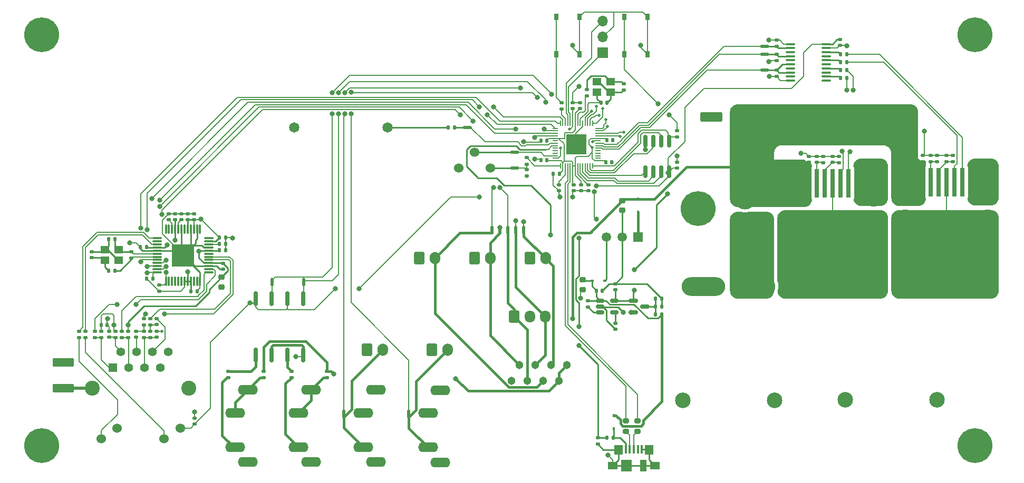
<source format=gbr>
%TF.GenerationSoftware,KiCad,Pcbnew,6.0.2+dfsg-1*%
%TF.CreationDate,2022-12-03T14:35:54-05:00*%
%TF.ProjectId,dragon-lair-fully-integrated,64726167-6f6e-42d6-9c61-69722d66756c,rev?*%
%TF.SameCoordinates,Original*%
%TF.FileFunction,Copper,L1,Top*%
%TF.FilePolarity,Positive*%
%FSLAX46Y46*%
G04 Gerber Fmt 4.6, Leading zero omitted, Abs format (unit mm)*
G04 Created by KiCad (PCBNEW 6.0.2+dfsg-1) date 2022-12-03 14:35:54*
%MOMM*%
%LPD*%
G01*
G04 APERTURE LIST*
G04 Aperture macros list*
%AMRoundRect*
0 Rectangle with rounded corners*
0 $1 Rounding radius*
0 $2 $3 $4 $5 $6 $7 $8 $9 X,Y pos of 4 corners*
0 Add a 4 corners polygon primitive as box body*
4,1,4,$2,$3,$4,$5,$6,$7,$8,$9,$2,$3,0*
0 Add four circle primitives for the rounded corners*
1,1,$1+$1,$2,$3*
1,1,$1+$1,$4,$5*
1,1,$1+$1,$6,$7*
1,1,$1+$1,$8,$9*
0 Add four rect primitives between the rounded corners*
20,1,$1+$1,$2,$3,$4,$5,0*
20,1,$1+$1,$4,$5,$6,$7,0*
20,1,$1+$1,$6,$7,$8,$9,0*
20,1,$1+$1,$8,$9,$2,$3,0*%
G04 Aperture macros list end*
%TA.AperFunction,SMDPad,CuDef*%
%ADD10RoundRect,0.135000X0.185000X-0.135000X0.185000X0.135000X-0.185000X0.135000X-0.185000X-0.135000X0*%
%TD*%
%TA.AperFunction,SMDPad,CuDef*%
%ADD11C,0.500000*%
%TD*%
%TA.AperFunction,SMDPad,CuDef*%
%ADD12RoundRect,0.140000X-0.170000X0.140000X-0.170000X-0.140000X0.170000X-0.140000X0.170000X0.140000X0*%
%TD*%
%TA.AperFunction,ComponentPad*%
%ADD13C,5.600000*%
%TD*%
%TA.AperFunction,ComponentPad*%
%ADD14R,1.700000X1.700000*%
%TD*%
%TA.AperFunction,ComponentPad*%
%ADD15O,1.700000X1.700000*%
%TD*%
%TA.AperFunction,SMDPad,CuDef*%
%ADD16RoundRect,0.140000X0.170000X-0.140000X0.170000X0.140000X-0.170000X0.140000X-0.170000X-0.140000X0*%
%TD*%
%TA.AperFunction,SMDPad,CuDef*%
%ADD17RoundRect,0.140000X0.140000X0.170000X-0.140000X0.170000X-0.140000X-0.170000X0.140000X-0.170000X0*%
%TD*%
%TA.AperFunction,SMDPad,CuDef*%
%ADD18RoundRect,0.140000X-0.140000X-0.170000X0.140000X-0.170000X0.140000X0.170000X-0.140000X0.170000X0*%
%TD*%
%TA.AperFunction,ComponentPad*%
%ADD19RoundRect,0.250000X-0.600000X-0.750000X0.600000X-0.750000X0.600000X0.750000X-0.600000X0.750000X0*%
%TD*%
%TA.AperFunction,ComponentPad*%
%ADD20O,1.700000X2.000000*%
%TD*%
%TA.AperFunction,SMDPad,CuDef*%
%ADD21RoundRect,0.135000X-0.135000X-0.185000X0.135000X-0.185000X0.135000X0.185000X-0.135000X0.185000X0*%
%TD*%
%TA.AperFunction,SMDPad,CuDef*%
%ADD22R,0.800000X4.600000*%
%TD*%
%TA.AperFunction,SMDPad,CuDef*%
%ADD23R,10.800000X9.400000*%
%TD*%
%TA.AperFunction,SMDPad,CuDef*%
%ADD24RoundRect,0.135000X0.135000X0.185000X-0.135000X0.185000X-0.135000X-0.185000X0.135000X-0.185000X0*%
%TD*%
%TA.AperFunction,SMDPad,CuDef*%
%ADD25RoundRect,0.225000X0.250000X-0.225000X0.250000X0.225000X-0.250000X0.225000X-0.250000X-0.225000X0*%
%TD*%
%TA.AperFunction,SMDPad,CuDef*%
%ADD26RoundRect,0.218750X0.256250X-0.218750X0.256250X0.218750X-0.256250X0.218750X-0.256250X-0.218750X0*%
%TD*%
%TA.AperFunction,SMDPad,CuDef*%
%ADD27RoundRect,0.225000X-0.250000X0.225000X-0.250000X-0.225000X0.250000X-0.225000X0.250000X0.225000X0*%
%TD*%
%TA.AperFunction,ComponentPad*%
%ADD28O,3.200000X1.600000*%
%TD*%
%TA.AperFunction,SMDPad,CuDef*%
%ADD29R,0.450000X1.380000*%
%TD*%
%TA.AperFunction,SMDPad,CuDef*%
%ADD30R,1.425000X1.550000*%
%TD*%
%TA.AperFunction,SMDPad,CuDef*%
%ADD31R,1.650000X1.300000*%
%TD*%
%TA.AperFunction,SMDPad,CuDef*%
%ADD32R,1.800000X1.900000*%
%TD*%
%TA.AperFunction,SMDPad,CuDef*%
%ADD33R,1.000000X1.900000*%
%TD*%
%TA.AperFunction,SMDPad,CuDef*%
%ADD34R,0.750000X1.000000*%
%TD*%
%TA.AperFunction,SMDPad,CuDef*%
%ADD35RoundRect,0.135000X-0.185000X0.135000X-0.185000X-0.135000X0.185000X-0.135000X0.185000X0.135000X0*%
%TD*%
%TA.AperFunction,SMDPad,CuDef*%
%ADD36RoundRect,0.150000X-0.512500X-0.150000X0.512500X-0.150000X0.512500X0.150000X-0.512500X0.150000X0*%
%TD*%
%TA.AperFunction,ComponentPad*%
%ADD37C,1.524000*%
%TD*%
%TA.AperFunction,ComponentPad*%
%ADD38C,2.500000*%
%TD*%
%TA.AperFunction,ComponentPad*%
%ADD39O,7.000000X3.000000*%
%TD*%
%TA.AperFunction,SMDPad,CuDef*%
%ADD40R,0.600000X0.450000*%
%TD*%
%TA.AperFunction,ComponentPad*%
%ADD41RoundRect,0.250000X-0.600000X-0.725000X0.600000X-0.725000X0.600000X0.725000X-0.600000X0.725000X0*%
%TD*%
%TA.AperFunction,ComponentPad*%
%ADD42O,1.700000X1.950000*%
%TD*%
%TA.AperFunction,SMDPad,CuDef*%
%ADD43R,1.400000X1.200000*%
%TD*%
%TA.AperFunction,SMDPad,CuDef*%
%ADD44RoundRect,0.150000X-0.587500X-0.150000X0.587500X-0.150000X0.587500X0.150000X-0.587500X0.150000X0*%
%TD*%
%TA.AperFunction,SMDPad,CuDef*%
%ADD45RoundRect,0.200000X-0.275000X0.200000X-0.275000X-0.200000X0.275000X-0.200000X0.275000X0.200000X0*%
%TD*%
%TA.AperFunction,ComponentPad*%
%ADD46C,1.651000*%
%TD*%
%TA.AperFunction,SMDPad,CuDef*%
%ADD47R,0.450000X0.600000*%
%TD*%
%TA.AperFunction,SMDPad,CuDef*%
%ADD48RoundRect,0.050000X0.387500X0.050000X-0.387500X0.050000X-0.387500X-0.050000X0.387500X-0.050000X0*%
%TD*%
%TA.AperFunction,SMDPad,CuDef*%
%ADD49RoundRect,0.050000X0.050000X0.387500X-0.050000X0.387500X-0.050000X-0.387500X0.050000X-0.387500X0*%
%TD*%
%TA.AperFunction,SMDPad,CuDef*%
%ADD50R,3.200000X3.200000*%
%TD*%
%TA.AperFunction,SMDPad,CuDef*%
%ADD51RoundRect,0.162500X0.162500X-1.012500X0.162500X1.012500X-0.162500X1.012500X-0.162500X-1.012500X0*%
%TD*%
%TA.AperFunction,ComponentPad*%
%ADD52R,1.408000X1.408000*%
%TD*%
%TA.AperFunction,ComponentPad*%
%ADD53C,1.408000*%
%TD*%
%TA.AperFunction,ComponentPad*%
%ADD54C,1.530000*%
%TD*%
%TA.AperFunction,ComponentPad*%
%ADD55C,2.400000*%
%TD*%
%TA.AperFunction,SMDPad,CuDef*%
%ADD56RoundRect,0.150000X-0.150000X0.825000X-0.150000X-0.825000X0.150000X-0.825000X0.150000X0.825000X0*%
%TD*%
%TA.AperFunction,SMDPad,CuDef*%
%ADD57RoundRect,0.250000X1.500000X0.550000X-1.500000X0.550000X-1.500000X-0.550000X1.500000X-0.550000X0*%
%TD*%
%TA.AperFunction,SMDPad,CuDef*%
%ADD58RoundRect,0.100000X-0.637500X-0.100000X0.637500X-0.100000X0.637500X0.100000X-0.637500X0.100000X0*%
%TD*%
%TA.AperFunction,ComponentPad*%
%ADD59R,1.508000X1.508000*%
%TD*%
%TA.AperFunction,ComponentPad*%
%ADD60C,1.508000*%
%TD*%
%TA.AperFunction,SMDPad,CuDef*%
%ADD61RoundRect,0.249999X1.450001X-0.450001X1.450001X0.450001X-1.450001X0.450001X-1.450001X-0.450001X0*%
%TD*%
%TA.AperFunction,ComponentPad*%
%ADD62C,3.500000*%
%TD*%
%TA.AperFunction,SMDPad,CuDef*%
%ADD63RoundRect,0.075000X0.662500X0.075000X-0.662500X0.075000X-0.662500X-0.075000X0.662500X-0.075000X0*%
%TD*%
%TA.AperFunction,SMDPad,CuDef*%
%ADD64RoundRect,0.075000X0.075000X0.662500X-0.075000X0.662500X-0.075000X-0.662500X0.075000X-0.662500X0*%
%TD*%
%TA.AperFunction,SMDPad,CuDef*%
%ADD65R,3.600000X3.600000*%
%TD*%
%TA.AperFunction,ComponentPad*%
%ADD66C,1.303000*%
%TD*%
%TA.AperFunction,ViaPad*%
%ADD67C,0.800000*%
%TD*%
%TA.AperFunction,ViaPad*%
%ADD68C,0.500000*%
%TD*%
%TA.AperFunction,Conductor*%
%ADD69C,0.200000*%
%TD*%
%TA.AperFunction,Conductor*%
%ADD70C,0.250000*%
%TD*%
%TA.AperFunction,Conductor*%
%ADD71C,0.400000*%
%TD*%
%TA.AperFunction,Conductor*%
%ADD72C,0.500000*%
%TD*%
G04 APERTURE END LIST*
%TO.C,NT4*%
G36*
X138553000Y-77612000D02*
G01*
X138053000Y-77612000D01*
X138053000Y-76612000D01*
X138553000Y-76612000D01*
X138553000Y-77612000D01*
G37*
%TO.C,NT11*%
G36*
X98167000Y-85981000D02*
G01*
X97667000Y-85981000D01*
X97667000Y-84981000D01*
X98167000Y-84981000D01*
X98167000Y-85981000D01*
G37*
%TO.C,NT3*%
G36*
X177538000Y-51685000D02*
G01*
X176538000Y-51685000D01*
X176538000Y-51185000D01*
X177538000Y-51185000D01*
X177538000Y-51685000D01*
G37*
%TO.C,NT14*%
G36*
X137397500Y-67440000D02*
G01*
X136397500Y-67440000D01*
X136397500Y-66940000D01*
X137397500Y-66940000D01*
X137397500Y-67440000D01*
G37*
%TO.C,NT9*%
G36*
X109697500Y-107203000D02*
G01*
X109197500Y-107203000D01*
X109197500Y-106203000D01*
X109697500Y-106203000D01*
X109697500Y-107203000D01*
G37*
%TO.C,NT8*%
G36*
X133473000Y-77612000D02*
G01*
X132973000Y-77612000D01*
X132973000Y-76612000D01*
X133473000Y-76612000D01*
X133473000Y-77612000D01*
G37*
%TO.C,NT6*%
G36*
X134743000Y-77612000D02*
G01*
X134243000Y-77612000D01*
X134243000Y-76612000D01*
X134743000Y-76612000D01*
X134743000Y-77612000D01*
G37*
%TO.C,NT5*%
G36*
X137283000Y-77612000D02*
G01*
X136783000Y-77612000D01*
X136783000Y-76612000D01*
X137283000Y-76612000D01*
X137283000Y-77612000D01*
G37*
%TO.C,NT7*%
G36*
X136013000Y-77612000D02*
G01*
X135513000Y-77612000D01*
X135513000Y-76612000D01*
X136013000Y-76612000D01*
X136013000Y-77612000D01*
G37*
%TO.C,NT1*%
G36*
X177538000Y-47875000D02*
G01*
X176538000Y-47875000D01*
X176538000Y-47375000D01*
X177538000Y-47375000D01*
X177538000Y-47875000D01*
G37*
%TO.C,NT13*%
G36*
X137397500Y-64900000D02*
G01*
X136397500Y-64900000D01*
X136397500Y-64400000D01*
X137397500Y-64400000D01*
X137397500Y-64900000D01*
G37*
%TO.C,NT15*%
G36*
X129779000Y-60852000D02*
G01*
X128779000Y-60852000D01*
X128779000Y-60352000D01*
X129779000Y-60352000D01*
X129779000Y-60852000D01*
G37*
%TO.C,NT10*%
G36*
X120111500Y-107203000D02*
G01*
X119611500Y-107203000D01*
X119611500Y-106203000D01*
X120111500Y-106203000D01*
X120111500Y-107203000D01*
G37*
%TO.C,NT12*%
G36*
X103247000Y-85981000D02*
G01*
X102747000Y-85981000D01*
X102747000Y-84981000D01*
X103247000Y-84981000D01*
X103247000Y-85981000D01*
G37*
%TO.C,NT2*%
G36*
X177538000Y-49145000D02*
G01*
X176538000Y-49145000D01*
X176538000Y-48645000D01*
X177538000Y-48645000D01*
X177538000Y-49145000D01*
G37*
%TD*%
D10*
%TO.P,R20,1*%
%TO.N,Net-(P2-Pad1)*%
X69469000Y-94386000D03*
%TO.P,R20,2*%
%TO.N,Net-(R20-Pad2)*%
X69469000Y-93366000D03*
%TD*%
D11*
%TO.P,NT4,1,1*%
%TO.N,GPIO7*%
X138303000Y-76612000D03*
%TO.P,NT4,2,2*%
%TO.N,OPEN*%
X138303000Y-77612000D03*
%TD*%
D10*
%TO.P,R17,1*%
%TO.N,Net-(P2-Pad3)*%
X73787000Y-94386000D03*
%TO.P,R17,2*%
%TO.N,Net-(R17-Pad2)*%
X73787000Y-93366000D03*
%TD*%
%TO.P,R23,1*%
%TO.N,Net-(C23-Pad1)*%
X78359000Y-94386000D03*
%TO.P,R23,2*%
%TO.N,Net-(C22-Pad2)*%
X78359000Y-93366000D03*
%TD*%
D12*
%TO.P,C5,1*%
%TO.N,+1V1*%
X148763500Y-69840000D03*
%TO.P,C5,2*%
%TO.N,GND*%
X148763500Y-70800000D03*
%TD*%
D10*
%TO.P,R6,1*%
%TO.N,QSPI_SS_N*%
X162941000Y-62128000D03*
%TO.P,R6,2*%
%TO.N,Net-(R6-Pad2)*%
X162941000Y-61108000D03*
%TD*%
%TO.P,R15,1*%
%TO.N,Net-(P2-Pad3)*%
X74803000Y-94386000D03*
%TO.P,R15,2*%
%TO.N,+3.3VA*%
X74803000Y-93366000D03*
%TD*%
D13*
%TO.P,H2,1,1*%
%TO.N,unconnected-(H2-Pad1)*%
X60960000Y-111760000D03*
%TD*%
D14*
%TO.P,J1,1,Pin_1*%
%TO.N,SWCLK*%
X151003000Y-48649000D03*
D15*
%TO.P,J1,2,Pin_2*%
%TO.N,GND*%
X151003000Y-46109000D03*
%TO.P,J1,3,Pin_3*%
%TO.N,SWDIO*%
X151003000Y-43569000D03*
%TD*%
D16*
%TO.P,C32,1*%
%TO.N,+12V*%
X202438000Y-66113600D03*
%TO.P,C32,2*%
%TO.N,GND*%
X202438000Y-65153600D03*
%TD*%
D17*
%TO.P,C9,1*%
%TO.N,+3V3*%
X142043500Y-65920000D03*
%TO.P,C9,2*%
%TO.N,GND*%
X141083500Y-65920000D03*
%TD*%
D16*
%TO.P,C40,1*%
%TO.N,Net-(C40-Pad1)*%
X185420000Y-66266000D03*
%TO.P,C40,2*%
%TO.N,GND*%
X185420000Y-65306000D03*
%TD*%
D18*
%TO.P,C18,1*%
%TO.N,Net-(C18-Pad1)*%
X159525000Y-89403000D03*
%TO.P,C18,2*%
%TO.N,GND*%
X160485000Y-89403000D03*
%TD*%
D19*
%TO.P,J11,1,Pin_1*%
%TO.N,GND*%
X121559000Y-81667000D03*
D20*
%TO.P,J11,2,Pin_2*%
%TO.N,CLOSE*%
X124059000Y-81667000D03*
%TD*%
D11*
%TO.P,NT11,1,1*%
%TO.N,GPIO14*%
X97917000Y-84981000D03*
%TO.P,NT11,2,2*%
%TO.N,SAFE_TO_MOVE_1*%
X97917000Y-85981000D03*
%TD*%
D21*
%TO.P,R28,1*%
%TO.N,Net-(C27-Pad1)*%
X71683000Y-83646000D03*
%TO.P,R28,2*%
%TO.N,XO*%
X72703000Y-83646000D03*
%TD*%
D16*
%TO.P,C39,1*%
%TO.N,Net-(C39-Pad1)*%
X187960000Y-66266000D03*
%TO.P,C39,2*%
%TO.N,GND*%
X187960000Y-65306000D03*
%TD*%
D18*
%TO.P,C12,1*%
%TO.N,+3V3*%
X151539000Y-66190000D03*
%TO.P,C12,2*%
%TO.N,GND*%
X152499000Y-66190000D03*
%TD*%
D22*
%TO.P,Q3,1*%
%TO.N,GND*%
X191770000Y-69570600D03*
%TO.P,Q3,2,IN*%
%TO.N,IN_B*%
X190500000Y-69570600D03*
%TO.P,Q3,3,INH*%
%TO.N,INH_B*%
X189230000Y-69570600D03*
%TO.P,Q3,4*%
%TO.N,MOTOR_B*%
X187960000Y-69570600D03*
%TO.P,Q3,5,SR*%
%TO.N,Net-(C39-Pad1)*%
X186690000Y-69570600D03*
%TO.P,Q3,6,IS*%
%TO.N,Net-(C40-Pad1)*%
X185420000Y-69570600D03*
%TO.P,Q3,7*%
%TO.N,+12V*%
X184150000Y-69570600D03*
D23*
%TO.P,Q3,8*%
%TO.N,MOTOR_B*%
X187960000Y-78720600D03*
%TD*%
D11*
%TO.P,NT3,1,1*%
%TO.N,GPIO4*%
X176538000Y-51435000D03*
%TO.P,NT3,2,2*%
%TO.N,ON*%
X177538000Y-51435000D03*
%TD*%
D24*
%TO.P,R8,1*%
%TO.N,GND*%
X160515000Y-88133000D03*
%TO.P,R8,2*%
%TO.N,Net-(C18-Pad1)*%
X159495000Y-88133000D03*
%TD*%
D16*
%TO.P,C2,1*%
%TO.N,+3V3*%
X153020000Y-86708000D03*
%TO.P,C2,2*%
%TO.N,GND*%
X153020000Y-85748000D03*
%TD*%
D25*
%TO.P,C36,1*%
%TO.N,MOTOR_B*%
X194564000Y-74435000D03*
%TO.P,C36,2*%
%TO.N,GND*%
X194564000Y-72885000D03*
%TD*%
D18*
%TO.P,C49,1*%
%TO.N,+3.3VA*%
X89493000Y-78312000D03*
%TO.P,C49,2*%
%TO.N,GND*%
X90453000Y-78312000D03*
%TD*%
D17*
%TO.P,C6,1*%
%TO.N,+3V3*%
X144043500Y-68120000D03*
%TO.P,C6,2*%
%TO.N,GND*%
X143083500Y-68120000D03*
%TD*%
D12*
%TO.P,C48,1*%
%TO.N,+3.3VA*%
X90043000Y-82474000D03*
%TO.P,C48,2*%
%TO.N,GND*%
X90043000Y-83434000D03*
%TD*%
D26*
%TO.P,L1,1,1*%
%TO.N,+3V3*%
X89789000Y-86281500D03*
%TO.P,L1,2,2*%
%TO.N,+3.3VA*%
X89789000Y-84706500D03*
%TD*%
D27*
%TO.P,C34,1*%
%TO.N,+12V*%
X181356000Y-72885000D03*
%TO.P,C34,2*%
%TO.N,MOTOR_B*%
X181356000Y-74435000D03*
%TD*%
D11*
%TO.P,NT14,1,1*%
%TO.N,ADC_VREF*%
X137397500Y-67190000D03*
%TO.P,NT14,2,2*%
%TO.N,ADC_REF*%
X136397500Y-67190000D03*
%TD*%
D28*
%TO.P,J5,1*%
%TO.N,GND*%
X94006500Y-114427000D03*
%TO.P,J5,2*%
%TO.N,Net-(J5-Pad2)*%
X92006500Y-112027000D03*
%TO.P,J5,3*%
%TO.N,Net-(J5-Pad3)*%
X92006500Y-106527000D03*
%TO.P,J5,4*%
X94006500Y-102827000D03*
%TD*%
D29*
%TO.P,P1,1,VBUS*%
%TO.N,VBUS*%
X154710000Y-112327500D03*
%TO.P,P1,2,D-*%
%TO.N,USB_D_N*%
X155360000Y-112327500D03*
%TO.P,P1,3,D+*%
%TO.N,USB_D_P*%
X156010000Y-112327500D03*
%TO.P,P1,4,ID*%
%TO.N,unconnected-(P1-Pad4)*%
X156660000Y-112327500D03*
%TO.P,P1,5,GND*%
%TO.N,GND*%
X157310000Y-112327500D03*
D30*
%TO.P,P1,S1,SHIELD*%
X153522500Y-112412500D03*
%TO.P,P1,S2,SHIELD*%
X158497500Y-112412500D03*
D31*
%TO.P,P1,S3,SHIELD*%
X152635000Y-114987500D03*
D32*
%TO.P,P1,S4,SHIELD*%
X154860000Y-114987500D03*
D33*
%TO.P,P1,S5,SHIELD*%
X157560000Y-114987500D03*
D31*
%TO.P,P1,S6,SHIELD*%
X159385000Y-114987500D03*
%TD*%
D34*
%TO.P,SW1,1,1*%
%TO.N,Net-(R6-Pad2)*%
X154462000Y-48870000D03*
X154462000Y-42870000D03*
%TO.P,SW1,2,2*%
%TO.N,GND*%
X158212000Y-48870000D03*
X158212000Y-42870000D03*
%TD*%
D27*
%TO.P,C30,1*%
%TO.N,+12V*%
X154157500Y-72416750D03*
%TO.P,C30,2*%
%TO.N,GND*%
X154157500Y-73966750D03*
%TD*%
D35*
%TO.P,R25,1*%
%TO.N,LINKn*%
X66929000Y-93368000D03*
%TO.P,R25,2*%
%TO.N,Net-(P2-Pad9)*%
X66929000Y-94388000D03*
%TD*%
D18*
%TO.P,C16,1*%
%TO.N,XIN*%
X150725500Y-56661000D03*
%TO.P,C16,2*%
%TO.N,GND*%
X151685500Y-56661000D03*
%TD*%
D35*
%TO.P,R38,1*%
%TO.N,GND*%
X178943000Y-46605000D03*
%TO.P,R38,2*%
%TO.N,FOREWARD_MOTOR*%
X178943000Y-47625000D03*
%TD*%
D16*
%TO.P,C50,1*%
%TO.N,+3.3VA*%
X84385000Y-75490000D03*
%TO.P,C50,2*%
%TO.N,GND*%
X84385000Y-74530000D03*
%TD*%
D36*
%TO.P,U1,1,IN*%
%TO.N,+5V*%
X150612500Y-88453000D03*
%TO.P,U1,2,GND*%
%TO.N,GND*%
X150612500Y-89403000D03*
%TO.P,U1,3,EN*%
%TO.N,3V3_EN*%
X150612500Y-90353000D03*
%TO.P,U1,4,BYP*%
%TO.N,Net-(C14-Pad1)*%
X152887500Y-90353000D03*
%TO.P,U1,5,OUT*%
%TO.N,+3V3*%
X152887500Y-88453000D03*
%TD*%
D27*
%TO.P,C33,1*%
%TO.N,+12V*%
X199644000Y-72732600D03*
%TO.P,C33,2*%
%TO.N,MOTOR_A*%
X199644000Y-74282600D03*
%TD*%
D37*
%TO.P,RV1,1,1*%
%TO.N,ADC_REF*%
X132992500Y-67190000D03*
%TO.P,RV1,2,2*%
%TO.N,MAX_SPEED*%
X130452500Y-64650000D03*
%TO.P,RV1,3,3*%
%TO.N,GND*%
X127912500Y-67190000D03*
%TD*%
D12*
%TO.P,C41,1*%
%TO.N,+3V3*%
X189103000Y-46510000D03*
%TO.P,C41,2*%
%TO.N,GND*%
X189103000Y-47470000D03*
%TD*%
D21*
%TO.P,R18,1*%
%TO.N,+3V3*%
X77779000Y-84916000D03*
%TO.P,R18,2*%
%TO.N,GPIO21*%
X78799000Y-84916000D03*
%TD*%
D19*
%TO.P,J13,1,Pin_1*%
%TO.N,GND*%
X130449000Y-81667000D03*
D20*
%TO.P,J13,2,Pin_2*%
%TO.N,ABORT*%
X132949000Y-81667000D03*
%TD*%
D10*
%TO.P,R16,1*%
%TO.N,Net-(P2-Pad1)*%
X70485000Y-94386000D03*
%TO.P,R16,2*%
%TO.N,+3.3VA*%
X70485000Y-93366000D03*
%TD*%
D38*
%TO.P,J2,*%
%TO.N,*%
X163917000Y-104454000D03*
X178649000Y-104454000D03*
D39*
%TO.P,J2,1,+*%
%TO.N,12V_UNFUSED*%
X175220000Y-86166000D03*
%TO.P,J2,2,-*%
%TO.N,GND*%
X167219000Y-86166000D03*
%TD*%
D16*
%TO.P,C21,1*%
%TO.N,Net-(C21-Pad1)*%
X76073000Y-94356000D03*
%TO.P,C21,2*%
%TO.N,Net-(C21-Pad2)*%
X76073000Y-93396000D03*
%TD*%
D13*
%TO.P,H5,1,1*%
%TO.N,unconnected-(H5-Pad1)*%
X166370000Y-73660000D03*
%TD*%
D40*
%TO.P,D3,1,K*%
%TO.N,+5V*%
X149297500Y-85273000D03*
%TO.P,D3,2,A*%
%TO.N,Net-(D3-Pad2)*%
X151397500Y-85273000D03*
%TD*%
D10*
%TO.P,R29,1*%
%TO.N,Net-(J5-Pad3)*%
X96591500Y-100842000D03*
%TO.P,R29,2*%
%TO.N,+12V*%
X96591500Y-99822000D03*
%TD*%
D35*
%TO.P,R27,1*%
%TO.N,XI*%
X75368000Y-80596000D03*
%TO.P,R27,2*%
%TO.N,XO*%
X75368000Y-81616000D03*
%TD*%
D18*
%TO.P,C44,1*%
%TO.N,+3V3*%
X84921000Y-86948000D03*
%TO.P,C44,2*%
%TO.N,GND*%
X85881000Y-86948000D03*
%TD*%
D25*
%TO.P,C35,1*%
%TO.N,MOTOR_A*%
X212852000Y-74282600D03*
%TO.P,C35,2*%
%TO.N,GND*%
X212852000Y-72732600D03*
%TD*%
D11*
%TO.P,NT9,1,1*%
%TO.N,GPIO12*%
X109447500Y-106203000D03*
%TO.P,NT9,2,2*%
%TO.N,CLOSE_LIMIT*%
X109447500Y-107203000D03*
%TD*%
D10*
%TO.P,R31,1*%
%TO.N,Net-(J7-Pad3)*%
X106751500Y-100842000D03*
%TO.P,R31,2*%
%TO.N,+12V*%
X106751500Y-99822000D03*
%TD*%
D11*
%TO.P,NT8,1,1*%
%TO.N,GPIO11*%
X133223000Y-76612000D03*
%TO.P,NT8,2,2*%
%TO.N,CLOSE*%
X133223000Y-77612000D03*
%TD*%
D27*
%TO.P,C28,1*%
%TO.N,+5V*%
X147807500Y-85133000D03*
%TO.P,C28,2*%
%TO.N,GND*%
X147807500Y-86683000D03*
%TD*%
D11*
%TO.P,NT6,1,1*%
%TO.N,GPIO9*%
X134493000Y-76612000D03*
%TO.P,NT6,2,2*%
%TO.N,ABORT*%
X134493000Y-77612000D03*
%TD*%
D18*
%TO.P,C45,1*%
%TO.N,+3.3VA*%
X70513000Y-92352000D03*
%TO.P,C45,2*%
%TO.N,GND*%
X71473000Y-92352000D03*
%TD*%
D24*
%TO.P,R2,1*%
%TO.N,VBUS*%
X152710000Y-110542500D03*
%TO.P,R2,2*%
%TO.N,GPIO24*%
X151690000Y-110542500D03*
%TD*%
D12*
%TO.P,C7,1*%
%TO.N,+3V3*%
X147563500Y-69840000D03*
%TO.P,C7,2*%
%TO.N,GND*%
X147563500Y-70800000D03*
%TD*%
D16*
%TO.P,C11,1*%
%TO.N,+3V3*%
X147363500Y-57600000D03*
%TO.P,C11,2*%
%TO.N,GND*%
X147363500Y-56640000D03*
%TD*%
D24*
%TO.P,R39,1*%
%TO.N,INH_A*%
X190248000Y-50165000D03*
%TO.P,R39,2*%
%TO.N,Net-(R39-Pad2)*%
X189228000Y-50165000D03*
%TD*%
D16*
%TO.P,C20,1*%
%TO.N,Net-(C20-Pad1)*%
X71755000Y-94356000D03*
%TO.P,C20,2*%
%TO.N,GND*%
X71755000Y-93396000D03*
%TD*%
D10*
%TO.P,R7,1*%
%TO.N,RUN*%
X144399000Y-57683000D03*
%TO.P,R7,2*%
%TO.N,Net-(R7-Pad2)*%
X144399000Y-56663000D03*
%TD*%
D41*
%TO.P,J8,1,Pin_1*%
%TO.N,TOGGLE_OPEN*%
X136819000Y-91065000D03*
D42*
%TO.P,J8,2,Pin_2*%
%TO.N,GND*%
X139319000Y-91065000D03*
%TO.P,J8,3,Pin_3*%
%TO.N,TOGGLE_CLOSE*%
X141819000Y-91065000D03*
%TD*%
D11*
%TO.P,NT5,1,1*%
%TO.N,GPIO8*%
X137033000Y-76612000D03*
%TO.P,NT5,2,2*%
%TO.N,TOGGLE_CLOSE*%
X137033000Y-77612000D03*
%TD*%
D43*
%TO.P,Y1,1,1*%
%TO.N,XIN*%
X150105500Y-54971000D03*
%TO.P,Y1,2,2*%
%TO.N,GND*%
X152305500Y-54971000D03*
%TO.P,Y1,3,3*%
%TO.N,Net-(C17-Pad1)*%
X152305500Y-53271000D03*
%TO.P,Y1,4,4*%
%TO.N,GND*%
X150105500Y-53271000D03*
%TD*%
D10*
%TO.P,R24,1*%
%TO.N,Net-(C23-Pad1)*%
X77343000Y-94386000D03*
%TO.P,R24,2*%
%TO.N,Net-(C21-Pad2)*%
X77343000Y-93366000D03*
%TD*%
D19*
%TO.P,J12,1,Pin_1*%
%TO.N,GND*%
X139339000Y-81667000D03*
D20*
%TO.P,J12,2,Pin_2*%
%TO.N,OPEN*%
X141839000Y-81667000D03*
%TD*%
D44*
%TO.P,Q1,1,G*%
%TO.N,+3V3*%
X155892500Y-88453000D03*
%TO.P,Q1,2,S*%
%TO.N,GPIO29{slash}ADC3*%
X155892500Y-90353000D03*
%TO.P,Q1,3,D*%
%TO.N,Net-(C18-Pad1)*%
X157767500Y-89403000D03*
%TD*%
D12*
%TO.P,C3,1*%
%TO.N,+1V1*%
X143963500Y-69840000D03*
%TO.P,C3,2*%
%TO.N,GND*%
X143963500Y-70800000D03*
%TD*%
D45*
%TO.P,R9,1*%
%TO.N,/RP2040/RUSB_D_P*%
X156645000Y-107812500D03*
%TO.P,R9,2*%
%TO.N,USB_D_P*%
X156645000Y-109462500D03*
%TD*%
D28*
%TO.P,J7,1*%
%TO.N,GND*%
X104166500Y-114427000D03*
%TO.P,J7,2*%
%TO.N,Net-(J7-Pad2)*%
X102166500Y-112027000D03*
%TO.P,J7,3*%
%TO.N,Net-(J7-Pad3)*%
X102166500Y-106527000D03*
%TO.P,J7,4*%
X104166500Y-102827000D03*
%TD*%
D10*
%TO.P,R36,1*%
%TO.N,Net-(C40-Pad1)*%
X186436000Y-66296000D03*
%TO.P,R36,2*%
%TO.N,GND*%
X186436000Y-65276000D03*
%TD*%
D19*
%TO.P,J9,1,Pin_1*%
%TO.N,GND*%
X113177000Y-96399000D03*
D20*
%TO.P,J9,2,Pin_2*%
%TO.N,CLOSE_LIMIT*%
X115677000Y-96399000D03*
%TD*%
D11*
%TO.P,NT7,1,1*%
%TO.N,GPIO10*%
X135763000Y-76612000D03*
%TO.P,NT7,2,2*%
%TO.N,TOGGLE_OPEN*%
X135763000Y-77612000D03*
%TD*%
D19*
%TO.P,J10,1,Pin_1*%
%TO.N,GND*%
X123591000Y-96399000D03*
D20*
%TO.P,J10,2,Pin_2*%
%TO.N,OPEN_LIMIT*%
X126091000Y-96399000D03*
%TD*%
D16*
%TO.P,C51,1*%
%TO.N,+3.3VA*%
X85401000Y-75490000D03*
%TO.P,C51,2*%
%TO.N,GND*%
X85401000Y-74530000D03*
%TD*%
D10*
%TO.P,R4,1*%
%TO.N,XOUT*%
X148495500Y-55535000D03*
%TO.P,R4,2*%
%TO.N,Net-(C17-Pad1)*%
X148495500Y-54515000D03*
%TD*%
D28*
%TO.P,J6,1*%
%TO.N,GND*%
X114580500Y-114440000D03*
%TO.P,J6,2*%
%TO.N,CLOSE_LIMIT*%
X112580500Y-112040000D03*
%TO.P,J6,3*%
%TO.N,unconnected-(J6-Pad3)*%
X112580500Y-106540000D03*
%TO.P,J6,4*%
%TO.N,unconnected-(J6-Pad4)*%
X114580500Y-102840000D03*
%TD*%
D16*
%TO.P,C38,1*%
%TO.N,Net-(C38-Pad1)*%
X206248000Y-66113600D03*
%TO.P,C38,2*%
%TO.N,GND*%
X206248000Y-65153600D03*
%TD*%
D12*
%TO.P,C22,1*%
%TO.N,Net-(C22-Pad1)*%
X79375000Y-91364000D03*
%TO.P,C22,2*%
%TO.N,Net-(C22-Pad2)*%
X79375000Y-92324000D03*
%TD*%
D16*
%TO.P,C42,1*%
%TO.N,+3V3*%
X85471000Y-108326000D03*
%TO.P,C42,2*%
%TO.N,GND*%
X85471000Y-107366000D03*
%TD*%
D24*
%TO.P,R43,1*%
%TO.N,INH_B*%
X190248000Y-52705000D03*
%TO.P,R43,2*%
%TO.N,Net-(R43-Pad2)*%
X189228000Y-52705000D03*
%TD*%
D16*
%TO.P,C31,1*%
%TO.N,+12V*%
X184150000Y-66266000D03*
%TO.P,C31,2*%
%TO.N,GND*%
X184150000Y-65306000D03*
%TD*%
D46*
%TO.P,BZ1,1,-*%
%TO.N,Net-(BZ1-Pad1)*%
X116459000Y-60602000D03*
%TO.P,BZ1,2,+*%
%TO.N,GND*%
X101459000Y-60602000D03*
%TD*%
D13*
%TO.P,H1,1,1*%
%TO.N,unconnected-(H1-Pad1)*%
X60960000Y-45720000D03*
%TD*%
D24*
%TO.P,R37,1*%
%TO.N,IN_A*%
X190248000Y-48895000D03*
%TO.P,R37,2*%
%TO.N,Net-(R37-Pad2)*%
X189228000Y-48895000D03*
%TD*%
D10*
%TO.P,R21,1*%
%TO.N,Net-(C22-Pad2)*%
X78359000Y-92354000D03*
%TO.P,R21,2*%
%TO.N,Net-(R21-Pad2)*%
X78359000Y-91334000D03*
%TD*%
D12*
%TO.P,C14,1*%
%TO.N,Net-(C14-Pad1)*%
X153020000Y-92098000D03*
%TO.P,C14,2*%
%TO.N,GND*%
X153020000Y-93058000D03*
%TD*%
D16*
%TO.P,C25,1*%
%TO.N,Net-(C25-Pad1)*%
X81337000Y-75490000D03*
%TO.P,C25,2*%
%TO.N,GND*%
X81337000Y-74530000D03*
%TD*%
D47*
%TO.P,D1,1,K*%
%TO.N,+5V*%
X152835000Y-106952500D03*
%TO.P,D1,2,A*%
%TO.N,VBUS*%
X152835000Y-109052500D03*
%TD*%
D11*
%TO.P,NT1,1,1*%
%TO.N,GPIO6*%
X176538000Y-47625000D03*
%TO.P,NT1,2,2*%
%TO.N,FOREWARD_MOTOR*%
X177538000Y-47625000D03*
%TD*%
D48*
%TO.P,U3,1,IOVDD*%
%TO.N,+3V3*%
X150241000Y-65980000D03*
%TO.P,U3,2,GPIO0*%
%TO.N,unconnected-(U3-Pad2)*%
X150241000Y-65580000D03*
%TO.P,U3,3,GPIO1*%
%TO.N,unconnected-(U3-Pad3)*%
X150241000Y-65180000D03*
%TO.P,U3,4,GPIO2*%
%TO.N,unconnected-(U3-Pad4)*%
X150241000Y-64780000D03*
%TO.P,U3,5,GPIO3*%
%TO.N,unconnected-(U3-Pad5)*%
X150241000Y-64380000D03*
%TO.P,U3,6,GPIO4*%
%TO.N,GPIO4*%
X150241000Y-63980000D03*
%TO.P,U3,7,GPIO5*%
%TO.N,GPIO5*%
X150241000Y-63580000D03*
%TO.P,U3,8,GPIO6*%
%TO.N,GPIO6*%
X150241000Y-63180000D03*
%TO.P,U3,9,GPIO7*%
%TO.N,GPIO7*%
X150241000Y-62780000D03*
%TO.P,U3,10,IOVDD*%
%TO.N,+3V3*%
X150241000Y-62380000D03*
%TO.P,U3,11,GPIO8*%
%TO.N,GPIO8*%
X150241000Y-61980000D03*
%TO.P,U3,12,GPIO9*%
%TO.N,GPIO9*%
X150241000Y-61580000D03*
%TO.P,U3,13,GPIO10*%
%TO.N,GPIO10*%
X150241000Y-61180000D03*
%TO.P,U3,14,GPIO11*%
%TO.N,GPIO11*%
X150241000Y-60780000D03*
D49*
%TO.P,U3,15,GPIO12*%
%TO.N,GPIO12*%
X149403500Y-59942500D03*
%TO.P,U3,16,GPIO13*%
%TO.N,GPIO13*%
X149003500Y-59942500D03*
%TO.P,U3,17,GPIO14*%
%TO.N,GPIO14*%
X148603500Y-59942500D03*
%TO.P,U3,18,GPIO15*%
%TO.N,GPIO15*%
X148203500Y-59942500D03*
%TO.P,U3,19,TESTEN*%
%TO.N,GND*%
X147803500Y-59942500D03*
%TO.P,U3,20,XIN*%
%TO.N,XIN*%
X147403500Y-59942500D03*
%TO.P,U3,21,XOUT*%
%TO.N,XOUT*%
X147003500Y-59942500D03*
%TO.P,U3,22,IOVDD*%
%TO.N,+3V3*%
X146603500Y-59942500D03*
%TO.P,U3,23,DVDD*%
%TO.N,+1V1*%
X146203500Y-59942500D03*
%TO.P,U3,24,SWCLK*%
%TO.N,SWCLK*%
X145803500Y-59942500D03*
%TO.P,U3,25,SWDIO*%
%TO.N,SWDIO*%
X145403500Y-59942500D03*
%TO.P,U3,26,RUN*%
%TO.N,RUN*%
X145003500Y-59942500D03*
%TO.P,U3,27,GPIO16*%
%TO.N,GPIO16*%
X144603500Y-59942500D03*
%TO.P,U3,28,GPIO17*%
%TO.N,GPIO17*%
X144203500Y-59942500D03*
D48*
%TO.P,U3,29,GPIO18*%
%TO.N,GPIO18*%
X143366000Y-60780000D03*
%TO.P,U3,30,GPIO19*%
%TO.N,GPIO19*%
X143366000Y-61180000D03*
%TO.P,U3,31,GPIO20*%
%TO.N,GPIO20*%
X143366000Y-61580000D03*
%TO.P,U3,32,GPIO21*%
%TO.N,GPIO21*%
X143366000Y-61980000D03*
%TO.P,U3,33,IOVDD*%
%TO.N,+3V3*%
X143366000Y-62380000D03*
%TO.P,U3,34,GPIO22*%
%TO.N,unconnected-(U3-Pad34)*%
X143366000Y-62780000D03*
%TO.P,U3,35,GPIO23*%
%TO.N,GPIO23*%
X143366000Y-63180000D03*
%TO.P,U3,36,GPIO24*%
%TO.N,GPIO24*%
X143366000Y-63580000D03*
%TO.P,U3,37,GPIO25*%
%TO.N,unconnected-(U3-Pad37)*%
X143366000Y-63980000D03*
%TO.P,U3,38,GPIO26/ADC0*%
%TO.N,unconnected-(U3-Pad38)*%
X143366000Y-64380000D03*
%TO.P,U3,39,GPIO27/ADC1*%
%TO.N,unconnected-(U3-Pad39)*%
X143366000Y-64780000D03*
%TO.P,U3,40,GPIO28/ADC2*%
%TO.N,GPIO28{slash}ADC2*%
X143366000Y-65180000D03*
%TO.P,U3,41,GPIO29/ADC3*%
%TO.N,GPIO29{slash}ADC3*%
X143366000Y-65580000D03*
%TO.P,U3,42,IOVDD*%
%TO.N,+3V3*%
X143366000Y-65980000D03*
D49*
%TO.P,U3,43,ADC_AVDD*%
%TO.N,Net-(R12-Pad1)*%
X144203500Y-66817500D03*
%TO.P,U3,44,VREG_VIN*%
%TO.N,+3V3*%
X144603500Y-66817500D03*
%TO.P,U3,45,VREG_VOUT*%
%TO.N,+1V1*%
X145003500Y-66817500D03*
%TO.P,U3,46,USB_DM*%
%TO.N,/RP2040/RUSB_D_N*%
X145403500Y-66817500D03*
%TO.P,U3,47,USB_DP*%
%TO.N,/RP2040/RUSB_D_P*%
X145803500Y-66817500D03*
%TO.P,U3,48,USB_VDD*%
%TO.N,+3V3*%
X146203500Y-66817500D03*
%TO.P,U3,49,IOVDD*%
X146603500Y-66817500D03*
%TO.P,U3,50,DVDD*%
%TO.N,+1V1*%
X147003500Y-66817500D03*
%TO.P,U3,51,QSPI_SD3*%
%TO.N,QSPI_SD3*%
X147403500Y-66817500D03*
%TO.P,U3,52,QSPI_SCLK*%
%TO.N,QSPI_SCLK*%
X147803500Y-66817500D03*
%TO.P,U3,53,QSPI_SD0*%
%TO.N,QSPI_SD0*%
X148203500Y-66817500D03*
%TO.P,U3,54,QSPI_SD2*%
%TO.N,QSPI_SD2*%
X148603500Y-66817500D03*
%TO.P,U3,55,QSPI_SD1*%
%TO.N,QSPI_SD1*%
X149003500Y-66817500D03*
%TO.P,U3,56,QSPI_SS_N*%
%TO.N,QSPI_SS_N*%
X149403500Y-66817500D03*
D50*
%TO.P,U3,57,GND*%
%TO.N,GND*%
X146803500Y-63380000D03*
%TD*%
D11*
%TO.P,NT13,1,1*%
%TO.N,GPIO28{slash}ADC2*%
X137397500Y-64650000D03*
%TO.P,NT13,2,2*%
%TO.N,MAX_SPEED*%
X136397500Y-64650000D03*
%TD*%
D16*
%TO.P,C37,1*%
%TO.N,Net-(C37-Pad1)*%
X203708000Y-66113600D03*
%TO.P,C37,2*%
%TO.N,GND*%
X203708000Y-65153600D03*
%TD*%
%TO.P,C15,1*%
%TO.N,+3V3*%
X162941000Y-67178000D03*
%TO.P,C15,2*%
%TO.N,GND*%
X162941000Y-66218000D03*
%TD*%
D24*
%TO.P,R41,1*%
%TO.N,IN_B*%
X190248000Y-51435000D03*
%TO.P,R41,2*%
%TO.N,Net-(R41-Pad2)*%
X189228000Y-51435000D03*
%TD*%
%TO.P,R5,1*%
%TO.N,+5V*%
X160515000Y-90673000D03*
%TO.P,R5,2*%
%TO.N,Net-(C18-Pad1)*%
X159495000Y-90673000D03*
%TD*%
D51*
%TO.P,U9,1*%
%TO.N,Net-(R30-Pad2)*%
X95321500Y-97237000D03*
%TO.P,U9,2*%
%TO.N,GND*%
X97861500Y-97237000D03*
%TO.P,U9,3*%
%TO.N,Net-(R32-Pad2)*%
X100401500Y-97237000D03*
%TO.P,U9,4*%
%TO.N,GND*%
X102941500Y-97237000D03*
%TO.P,U9,5*%
%TO.N,SAFE_TO_MOVE_2*%
X102941500Y-88187000D03*
%TO.P,U9,6*%
%TO.N,+3V3*%
X100401500Y-88187000D03*
%TO.P,U9,7*%
%TO.N,SAFE_TO_MOVE_1*%
X97861500Y-88187000D03*
%TO.P,U9,8*%
%TO.N,+3V3*%
X95321500Y-88187000D03*
%TD*%
D10*
%TO.P,R42,1*%
%TO.N,GND*%
X178943000Y-52455000D03*
%TO.P,R42,2*%
%TO.N,ON*%
X178943000Y-51435000D03*
%TD*%
D47*
%TO.P,D2,1,K*%
%TO.N,Net-(D2-Pad1)*%
X156697500Y-74241750D03*
%TO.P,D2,2,A*%
%TO.N,+12V*%
X156697500Y-72141750D03*
%TD*%
D11*
%TO.P,NT15,1,1*%
%TO.N,GPIO23*%
X129779000Y-60602000D03*
%TO.P,NT15,2,2*%
%TO.N,BUZZER*%
X128779000Y-60602000D03*
%TD*%
D18*
%TO.P,C1,1*%
%TO.N,+5V*%
X150000000Y-86863000D03*
%TO.P,C1,2*%
%TO.N,GND*%
X150960000Y-86863000D03*
%TD*%
D52*
%TO.P,P2,1*%
%TO.N,Net-(P2-Pad1)*%
X72390000Y-99210000D03*
D53*
%TO.P,P2,2*%
%TO.N,Net-(C20-Pad1)*%
X73660000Y-96670000D03*
%TO.P,P2,3*%
%TO.N,Net-(P2-Pad3)*%
X74930000Y-99210000D03*
%TO.P,P2,4*%
%TO.N,Net-(C21-Pad1)*%
X76200000Y-96670000D03*
%TO.P,P2,5*%
%TO.N,Net-(C23-Pad1)*%
X77470000Y-99210000D03*
%TO.P,P2,6*%
%TO.N,Net-(C22-Pad1)*%
X78740000Y-96670000D03*
%TO.P,P2,7*%
%TO.N,unconnected-(P2-Pad7)*%
X80010000Y-99210000D03*
%TO.P,P2,8*%
%TO.N,GND*%
X81280000Y-96670000D03*
D54*
%TO.P,P2,9*%
%TO.N,Net-(P2-Pad9)*%
X70510000Y-110640000D03*
%TO.P,P2,10*%
%TO.N,+3V3*%
X73077000Y-108940000D03*
%TO.P,P2,11*%
%TO.N,Net-(P2-Pad11)*%
X80593000Y-110640000D03*
%TO.P,P2,12*%
%TO.N,+3V3*%
X83160000Y-108940000D03*
D55*
%TO.P,P2,SH*%
%TO.N,GNDPWR*%
X69085000Y-102510000D03*
X84585000Y-102510000D03*
%TD*%
D18*
%TO.P,C47,1*%
%TO.N,+3.3VA*%
X89493000Y-80344000D03*
%TO.P,C47,2*%
%TO.N,GND*%
X90453000Y-80344000D03*
%TD*%
D10*
%TO.P,R35,1*%
%TO.N,Net-(C39-Pad1)*%
X188976000Y-66296000D03*
%TO.P,R35,2*%
%TO.N,GND*%
X188976000Y-65276000D03*
%TD*%
D56*
%TO.P,U2,1,CS#*%
%TO.N,QSPI_SS_N*%
X161671000Y-62803000D03*
%TO.P,U2,2,SO*%
%TO.N,QSPI_SD1*%
X160401000Y-62803000D03*
%TO.P,U2,3,WP#*%
%TO.N,QSPI_SD2*%
X159131000Y-62803000D03*
%TO.P,U2,4,GND*%
%TO.N,GND*%
X157861000Y-62803000D03*
%TO.P,U2,5,SI*%
%TO.N,QSPI_SD0*%
X157861000Y-67753000D03*
%TO.P,U2,6,SCLK*%
%TO.N,QSPI_SCLK*%
X159131000Y-67753000D03*
%TO.P,U2,7,HOLD#*%
%TO.N,QSPI_SD3*%
X160401000Y-67753000D03*
%TO.P,U2,8,VCC*%
%TO.N,+3V3*%
X161671000Y-67753000D03*
%TD*%
D16*
%TO.P,C4,1*%
%TO.N,+1V1*%
X146163500Y-57600000D03*
%TO.P,C4,2*%
%TO.N,GND*%
X146163500Y-56640000D03*
%TD*%
D35*
%TO.P,R3,1*%
%TO.N,GPIO24*%
X150295000Y-110542500D03*
%TO.P,R3,2*%
%TO.N,GND*%
X150295000Y-111562500D03*
%TD*%
D10*
%TO.P,R32,1*%
%TO.N,Net-(J7-Pad2)*%
X101036500Y-100842000D03*
%TO.P,R32,2*%
%TO.N,Net-(R32-Pad2)*%
X101036500Y-99822000D03*
%TD*%
D16*
%TO.P,C46,1*%
%TO.N,+3.3VA*%
X82353000Y-75490000D03*
%TO.P,C46,2*%
%TO.N,GND*%
X82353000Y-74530000D03*
%TD*%
D11*
%TO.P,NT10,1,1*%
%TO.N,GPIO13*%
X119861500Y-106203000D03*
%TO.P,NT10,2,2*%
%TO.N,OPEN_LIMIT*%
X119861500Y-107203000D03*
%TD*%
D57*
%TO.P,C29,1*%
%TO.N,+12V*%
X173896000Y-58928000D03*
%TO.P,C29,2*%
%TO.N,GND*%
X168496000Y-58928000D03*
%TD*%
D34*
%TO.P,SW2,1,1*%
%TO.N,Net-(R7-Pad2)*%
X143540000Y-48870000D03*
X143540000Y-42870000D03*
%TO.P,SW2,2,2*%
%TO.N,GND*%
X147290000Y-42870000D03*
X147290000Y-48870000D03*
%TD*%
D12*
%TO.P,C17,1*%
%TO.N,Net-(C17-Pad1)*%
X154380500Y-53641000D03*
%TO.P,C17,2*%
%TO.N,GND*%
X154380500Y-54601000D03*
%TD*%
D58*
%TO.P,U10,1,1OE*%
%TO.N,GND*%
X181160500Y-47240000D03*
%TO.P,U10,2,1A1*%
%TO.N,FOREWARD_MOTOR*%
X181160500Y-47890000D03*
%TO.P,U10,3,2Y4*%
%TO.N,unconnected-(U10-Pad3)*%
X181160500Y-48540000D03*
%TO.P,U10,4,1A2*%
%TO.N,BACKWARD_MOTOR*%
X181160500Y-49190000D03*
%TO.P,U10,5,2Y3*%
%TO.N,unconnected-(U10-Pad5)*%
X181160500Y-49840000D03*
%TO.P,U10,6,1A3*%
%TO.N,ON*%
X181160500Y-50490000D03*
%TO.P,U10,7,2Y2*%
%TO.N,unconnected-(U10-Pad7)*%
X181160500Y-51140000D03*
%TO.P,U10,8,1A4*%
%TO.N,ON*%
X181160500Y-51790000D03*
%TO.P,U10,9,2Y1*%
%TO.N,unconnected-(U10-Pad9)*%
X181160500Y-52440000D03*
%TO.P,U10,10,GND*%
%TO.N,GND*%
X181160500Y-53090000D03*
%TO.P,U10,11,2A1*%
%TO.N,unconnected-(U10-Pad11)*%
X186885500Y-53090000D03*
%TO.P,U10,12,1Y4*%
%TO.N,Net-(R43-Pad2)*%
X186885500Y-52440000D03*
%TO.P,U10,13,2A2*%
%TO.N,unconnected-(U10-Pad13)*%
X186885500Y-51790000D03*
%TO.P,U10,14,1Y3*%
%TO.N,Net-(R41-Pad2)*%
X186885500Y-51140000D03*
%TO.P,U10,15,2A3*%
%TO.N,unconnected-(U10-Pad15)*%
X186885500Y-50490000D03*
%TO.P,U10,16,1Y2*%
%TO.N,Net-(R39-Pad2)*%
X186885500Y-49840000D03*
%TO.P,U10,17,2A4*%
%TO.N,unconnected-(U10-Pad17)*%
X186885500Y-49190000D03*
%TO.P,U10,18,1Y1*%
%TO.N,Net-(R37-Pad2)*%
X186885500Y-48540000D03*
%TO.P,U10,19,2OE*%
%TO.N,GND*%
X186885500Y-47890000D03*
%TO.P,U10,20,VCC*%
%TO.N,+3V3*%
X186885500Y-47240000D03*
%TD*%
D35*
%TO.P,R1,1*%
%TO.N,+5V*%
X148675000Y-88453000D03*
%TO.P,R1,2*%
%TO.N,3V3_EN*%
X148675000Y-89473000D03*
%TD*%
D17*
%TO.P,C10,1*%
%TO.N,+3V3*%
X142043500Y-62720000D03*
%TO.P,C10,2*%
%TO.N,GND*%
X141083500Y-62720000D03*
%TD*%
D59*
%TO.P,PS1,1,+VIN*%
%TO.N,Net-(D2-Pad1)*%
X156697500Y-78271750D03*
D60*
%TO.P,PS1,2,GND/-VOUT*%
%TO.N,GND*%
X154157500Y-78271750D03*
%TO.P,PS1,3,+VOUT/GND*%
%TO.N,Net-(D3-Pad2)*%
X151617500Y-78271750D03*
%TD*%
D10*
%TO.P,R30,1*%
%TO.N,Net-(J5-Pad2)*%
X90876500Y-100842000D03*
%TO.P,R30,2*%
%TO.N,Net-(R30-Pad2)*%
X90876500Y-99822000D03*
%TD*%
D24*
%TO.P,R26,1*%
%TO.N,GND*%
X90483000Y-79328000D03*
%TO.P,R26,2*%
%TO.N,Net-(R26-Pad2)*%
X89463000Y-79328000D03*
%TD*%
D38*
%TO.P,J3,*%
%TO.N,*%
X190002800Y-104448000D03*
X204734800Y-104448000D03*
D39*
%TO.P,J3,1,+*%
%TO.N,MOTOR_A*%
X201305800Y-86160000D03*
%TO.P,J3,2,-*%
%TO.N,MOTOR_B*%
X193304800Y-86160000D03*
%TD*%
D35*
%TO.P,R12,1*%
%TO.N,Net-(R12-Pad1)*%
X138802500Y-65505000D03*
%TO.P,R12,2*%
%TO.N,ADC_VREF*%
X138802500Y-66525000D03*
%TD*%
D16*
%TO.P,C24,1*%
%TO.N,Net-(C24-Pad1)*%
X83369000Y-75490000D03*
%TO.P,C24,2*%
%TO.N,GND*%
X83369000Y-74530000D03*
%TD*%
%TO.P,C23,1*%
%TO.N,Net-(C23-Pad1)*%
X79375000Y-94356000D03*
%TO.P,C23,2*%
%TO.N,GND*%
X79375000Y-93396000D03*
%TD*%
D18*
%TO.P,C13,1*%
%TO.N,+3V3*%
X151683500Y-62634000D03*
%TO.P,C13,2*%
%TO.N,GND*%
X152643500Y-62634000D03*
%TD*%
D17*
%TO.P,C26,1*%
%TO.N,XI*%
X72673000Y-78566000D03*
%TO.P,C26,2*%
%TO.N,GND*%
X71713000Y-78566000D03*
%TD*%
D11*
%TO.P,NT12,1,1*%
%TO.N,GPIO15*%
X102997000Y-84981000D03*
%TO.P,NT12,2,2*%
%TO.N,SAFE_TO_MOVE_2*%
X102997000Y-85981000D03*
%TD*%
D22*
%TO.P,Q2,1*%
%TO.N,GND*%
X210058000Y-69437600D03*
%TO.P,Q2,2,IN*%
%TO.N,IN_A*%
X208788000Y-69437600D03*
%TO.P,Q2,3,INH*%
%TO.N,INH_A*%
X207518000Y-69437600D03*
%TO.P,Q2,4*%
%TO.N,MOTOR_A*%
X206248000Y-69437600D03*
%TO.P,Q2,5,SR*%
%TO.N,Net-(C38-Pad1)*%
X204978000Y-69437600D03*
%TO.P,Q2,6,IS*%
%TO.N,Net-(C37-Pad1)*%
X203708000Y-69437600D03*
%TO.P,Q2,7*%
%TO.N,+12V*%
X202438000Y-69437600D03*
D23*
%TO.P,Q2,8*%
%TO.N,MOTOR_A*%
X206248000Y-78587600D03*
%TD*%
D10*
%TO.P,R34,1*%
%TO.N,Net-(C38-Pad1)*%
X207264000Y-66143600D03*
%TO.P,R34,2*%
%TO.N,GND*%
X207264000Y-65123600D03*
%TD*%
D35*
%TO.P,R19,1*%
%TO.N,ACTn*%
X67945000Y-93366000D03*
%TO.P,R19,2*%
%TO.N,Net-(P2-Pad11)*%
X67945000Y-94386000D03*
%TD*%
D11*
%TO.P,NT2,1,1*%
%TO.N,GPIO5*%
X176538000Y-48895000D03*
%TO.P,NT2,2,2*%
%TO.N,BACKWARD_MOTOR*%
X177538000Y-48895000D03*
%TD*%
D45*
%TO.P,R10,1*%
%TO.N,/RP2040/RUSB_D_N*%
X154740000Y-107812500D03*
%TO.P,R10,2*%
%TO.N,USB_D_N*%
X154740000Y-109462500D03*
%TD*%
D10*
%TO.P,R33,1*%
%TO.N,Net-(C37-Pad1)*%
X204724000Y-66143600D03*
%TO.P,R33,2*%
%TO.N,GND*%
X204724000Y-65123600D03*
%TD*%
%TO.P,R14,1*%
%TO.N,+3V3*%
X79813000Y-86950000D03*
%TO.P,R14,2*%
%TO.N,GPIO20*%
X79813000Y-85930000D03*
%TD*%
D61*
%TO.P,C19,1*%
%TO.N,GNDPWR*%
X64389000Y-102530000D03*
%TO.P,C19,2*%
%TO.N,GND*%
X64389000Y-98430000D03*
%TD*%
D62*
%TO.P,F1,1*%
%TO.N,12V_UNFUSED*%
X173863000Y-81172000D03*
X173863000Y-76092000D03*
%TO.P,F1,2*%
%TO.N,+12V*%
X173863000Y-66952000D03*
X173863000Y-72032000D03*
%TD*%
D12*
%TO.P,C8,1*%
%TO.N,+3V3*%
X146363500Y-69840000D03*
%TO.P,C8,2*%
%TO.N,GND*%
X146363500Y-70800000D03*
%TD*%
D13*
%TO.P,H3,1,1*%
%TO.N,unconnected-(H3-Pad1)*%
X210820000Y-45720000D03*
%TD*%
D10*
%TO.P,R40,1*%
%TO.N,GND*%
X178943000Y-49915000D03*
%TO.P,R40,2*%
%TO.N,BACKWARD_MOTOR*%
X178943000Y-48895000D03*
%TD*%
D24*
%TO.P,R44,1*%
%TO.N,BUZZER*%
X127249000Y-60602000D03*
%TO.P,R44,2*%
%TO.N,Net-(BZ1-Pad1)*%
X126229000Y-60602000D03*
%TD*%
D16*
%TO.P,C27,1*%
%TO.N,Net-(C27-Pad1)*%
X69018000Y-81586000D03*
%TO.P,C27,2*%
%TO.N,GND*%
X69018000Y-80626000D03*
%TD*%
D35*
%TO.P,R11,1*%
%TO.N,ADC_VREF*%
X138802500Y-67410000D03*
%TO.P,R11,2*%
%TO.N,+3V3*%
X138802500Y-68430000D03*
%TD*%
D28*
%TO.P,J4,1*%
%TO.N,GND*%
X124968000Y-114450000D03*
%TO.P,J4,2*%
%TO.N,OPEN_LIMIT*%
X122968000Y-112050000D03*
%TO.P,J4,3*%
%TO.N,unconnected-(J4-Pad3)*%
X122968000Y-106550000D03*
%TO.P,J4,4*%
%TO.N,unconnected-(J4-Pad4)*%
X124968000Y-102850000D03*
%TD*%
D10*
%TO.P,R13,1*%
%TO.N,Net-(C20-Pad1)*%
X72771000Y-94386000D03*
%TO.P,R13,2*%
%TO.N,+3.3VA*%
X72771000Y-93366000D03*
%TD*%
D63*
%TO.P,U4,1,TXN*%
%TO.N,Net-(R17-Pad2)*%
X87785500Y-83926000D03*
%TO.P,U4,2,TXP*%
%TO.N,Net-(R20-Pad2)*%
X87785500Y-83426000D03*
%TO.P,U4,3,AGND*%
%TO.N,GND*%
X87785500Y-82926000D03*
%TO.P,U4,4,AVDD*%
%TO.N,+3.3VA*%
X87785500Y-82426000D03*
%TO.P,U4,5,RXN*%
%TO.N,Net-(R21-Pad2)*%
X87785500Y-81926000D03*
%TO.P,U4,6,RXP*%
%TO.N,Net-(R22-Pad2)*%
X87785500Y-81426000D03*
%TO.P,U4,7,DNC*%
%TO.N,unconnected-(U4-Pad7)*%
X87785500Y-80926000D03*
%TO.P,U4,8,AVDD*%
%TO.N,+3.3VA*%
X87785500Y-80426000D03*
%TO.P,U4,9,AGND*%
%TO.N,GND*%
X87785500Y-79926000D03*
%TO.P,U4,10,EXRES1*%
%TO.N,Net-(R26-Pad2)*%
X87785500Y-79426000D03*
%TO.P,U4,11,AVDD*%
%TO.N,+3.3VA*%
X87785500Y-78926000D03*
%TO.P,U4,12,NC*%
%TO.N,unconnected-(U4-Pad12)*%
X87785500Y-78426000D03*
D64*
%TO.P,U4,13,NC*%
%TO.N,unconnected-(U4-Pad13)*%
X86373000Y-77013500D03*
%TO.P,U4,14,AGND*%
%TO.N,GND*%
X85873000Y-77013500D03*
%TO.P,U4,15,AVDD*%
%TO.N,+3.3VA*%
X85373000Y-77013500D03*
%TO.P,U4,16,AGND*%
%TO.N,GND*%
X84873000Y-77013500D03*
%TO.P,U4,17,AVDD*%
%TO.N,+3.3VA*%
X84373000Y-77013500D03*
%TO.P,U4,18,VBG*%
%TO.N,unconnected-(U4-Pad18)*%
X83873000Y-77013500D03*
%TO.P,U4,19,AGND*%
%TO.N,GND*%
X83373000Y-77013500D03*
%TO.P,U4,20,TOCAP*%
%TO.N,Net-(C24-Pad1)*%
X82873000Y-77013500D03*
%TO.P,U4,21,AVDD*%
%TO.N,+3.3VA*%
X82373000Y-77013500D03*
%TO.P,U4,22,1V2O*%
%TO.N,Net-(C25-Pad1)*%
X81873000Y-77013500D03*
%TO.P,U4,23,RSVD*%
%TO.N,unconnected-(U4-Pad23)*%
X81373000Y-77013500D03*
%TO.P,U4,24,SPDLED*%
%TO.N,unconnected-(U4-Pad24)*%
X80873000Y-77013500D03*
D63*
%TO.P,U4,25,LINKLED*%
%TO.N,LINKn*%
X79460500Y-78426000D03*
%TO.P,U4,26,DUPLED*%
%TO.N,unconnected-(U4-Pad26)*%
X79460500Y-78926000D03*
%TO.P,U4,27,ACTLED*%
%TO.N,ACTn*%
X79460500Y-79426000D03*
%TO.P,U4,28,VDD*%
%TO.N,+3V3*%
X79460500Y-79926000D03*
%TO.P,U4,29,GND*%
%TO.N,GND*%
X79460500Y-80426000D03*
%TO.P,U4,30,XI/CLKIN*%
%TO.N,XI*%
X79460500Y-80926000D03*
%TO.P,U4,31,XO*%
%TO.N,XO*%
X79460500Y-81426000D03*
%TO.P,U4,32,SCSn*%
%TO.N,GPIO17*%
X79460500Y-81926000D03*
%TO.P,U4,33,SCLK*%
%TO.N,GPIO18*%
X79460500Y-82426000D03*
%TO.P,U4,34,MISO*%
%TO.N,GPIO16*%
X79460500Y-82926000D03*
%TO.P,U4,35,MOSI*%
%TO.N,GPIO19*%
X79460500Y-83426000D03*
%TO.P,U4,36,INTn*%
%TO.N,GPIO21*%
X79460500Y-83926000D03*
D64*
%TO.P,U4,37,RSTn*%
%TO.N,GPIO20*%
X80873000Y-85338500D03*
%TO.P,U4,38,RSVD*%
%TO.N,unconnected-(U4-Pad38)*%
X81373000Y-85338500D03*
%TO.P,U4,39,RSVD*%
%TO.N,unconnected-(U4-Pad39)*%
X81873000Y-85338500D03*
%TO.P,U4,40,RSVD*%
%TO.N,unconnected-(U4-Pad40)*%
X82373000Y-85338500D03*
%TO.P,U4,41,RSVD*%
%TO.N,unconnected-(U4-Pad41)*%
X82873000Y-85338500D03*
%TO.P,U4,42,RSVD*%
%TO.N,unconnected-(U4-Pad42)*%
X83373000Y-85338500D03*
%TO.P,U4,43,PMODE2*%
%TO.N,+3V3*%
X83873000Y-85338500D03*
%TO.P,U4,44,PMODE1*%
X84373000Y-85338500D03*
%TO.P,U4,45,PMODE0*%
X84873000Y-85338500D03*
%TO.P,U4,46,NC*%
%TO.N,unconnected-(U4-Pad46)*%
X85373000Y-85338500D03*
%TO.P,U4,47,NC*%
%TO.N,unconnected-(U4-Pad47)*%
X85873000Y-85338500D03*
%TO.P,U4,48,AGND*%
%TO.N,GND*%
X86373000Y-85338500D03*
D65*
%TO.P,U4,49,GND*%
X83623000Y-81176000D03*
%TD*%
D43*
%TO.P,Y2,1,1*%
%TO.N,XI*%
X73293000Y-80256000D03*
%TO.P,Y2,2,2*%
%TO.N,GND*%
X71093000Y-80256000D03*
%TO.P,Y2,3,3*%
%TO.N,Net-(C27-Pad1)*%
X71093000Y-81956000D03*
%TO.P,Y2,4,4*%
%TO.N,GND*%
X73293000Y-81956000D03*
%TD*%
D13*
%TO.P,H4,1,1*%
%TO.N,unconnected-(H4-Pad1)*%
X210820000Y-111760000D03*
%TD*%
D17*
%TO.P,C43,1*%
%TO.N,+3V3*%
X77753000Y-79836000D03*
%TO.P,C43,2*%
%TO.N,GND*%
X76793000Y-79836000D03*
%TD*%
D66*
%TO.P,J14,1,1*%
%TO.N,GND*%
X136398000Y-101346000D03*
%TO.P,J14,2,2*%
%TO.N,ABORT*%
X137668000Y-98806000D03*
%TO.P,J14,3,3*%
%TO.N,TOGGLE_OPEN*%
X138938000Y-101346000D03*
%TO.P,J14,4,4*%
%TO.N,TOGGLE_CLOSE*%
X140208000Y-98806000D03*
%TO.P,J14,5,5*%
%TO.N,CLOSE*%
X141478000Y-101346000D03*
%TO.P,J14,6,6*%
%TO.N,OPEN*%
X142748000Y-98806000D03*
%TO.P,J14,7,7*%
%TO.N,+12V*%
X144018000Y-101346000D03*
%TO.P,J14,8,8*%
X145288000Y-98806000D03*
%TD*%
D10*
%TO.P,R22,1*%
%TO.N,Net-(C21-Pad2)*%
X77343000Y-92354000D03*
%TO.P,R22,2*%
%TO.N,Net-(R22-Pad2)*%
X77343000Y-91334000D03*
%TD*%
D67*
%TO.N,GND*%
X101727000Y-97432000D03*
X91567000Y-78382000D03*
X193040000Y-67818000D03*
X211328000Y-69697600D03*
X157099000Y-47394000D03*
X138303000Y-62888000D03*
X85471000Y-106322000D03*
X211328000Y-70713600D03*
X154305000Y-90320000D03*
X169672000Y-58928000D03*
X140081000Y-65682000D03*
X177673000Y-46609000D03*
X145669000Y-64412000D03*
X162941000Y-65174000D03*
X82423000Y-82446000D03*
X157861000Y-64158000D03*
X211328000Y-71729600D03*
X147193000Y-53998000D03*
X65405000Y-98448000D03*
X190246000Y-47498000D03*
X83715000Y-81176000D03*
X146177000Y-47394000D03*
X146685000Y-62380000D03*
X145669000Y-63396000D03*
X83693000Y-82446000D03*
X177673000Y-50038000D03*
X150105500Y-53271000D03*
X146685000Y-63396000D03*
X147447000Y-88034000D03*
X177800000Y-52451000D03*
X145669000Y-62380000D03*
X71501000Y-91336000D03*
X193040000Y-71882000D03*
X167640000Y-58928000D03*
X182880000Y-64770000D03*
X146177000Y-71778000D03*
X151892000Y-113284000D03*
D68*
X152527000Y-66190000D03*
D67*
X152273000Y-54991000D03*
X75057000Y-79144000D03*
X202692000Y-61214000D03*
X63373000Y-98448000D03*
X168656000Y-58928000D03*
X211328000Y-68681600D03*
X193040000Y-69850000D03*
X146685000Y-64412000D03*
X193040000Y-68834000D03*
X73293000Y-81956000D03*
D68*
X80222500Y-93368000D03*
D67*
X82423000Y-81176000D03*
D68*
X152654000Y-62634000D03*
D67*
X144145000Y-71778000D03*
X211328000Y-67665600D03*
X64389000Y-98448000D03*
X193040000Y-70866000D03*
%TO.N,+3V3*%
X108077000Y-86510000D03*
X111887000Y-86510000D03*
D68*
X149355199Y-63895405D03*
D67*
X156083000Y-86764000D03*
X131191000Y-71778000D03*
X156083000Y-83462000D03*
X161417000Y-71270000D03*
X89789000Y-86256000D03*
X84385000Y-83843000D03*
D68*
X142113000Y-65936000D03*
D67*
X161535500Y-67910000D03*
X149987000Y-70000000D03*
X81083000Y-79525000D03*
D68*
X138811000Y-68476000D03*
D67*
X94361000Y-88796000D03*
D68*
%TO.N,+1V1*%
X143915806Y-69850000D03*
X145669000Y-60856000D03*
X148702415Y-69845256D03*
D67*
%TO.N,+12V*%
X174752000Y-58928000D03*
X173736000Y-58928000D03*
X127381000Y-100988000D03*
X146177000Y-91336000D03*
X172720000Y-58928000D03*
X107823000Y-100226000D03*
%TO.N,MOTOR_A*%
X203835000Y-80010000D03*
X208915000Y-82550000D03*
X202565000Y-78740000D03*
X206375000Y-74930000D03*
X203835000Y-78740000D03*
X210185000Y-78740000D03*
X202565000Y-80010000D03*
X205105000Y-78740000D03*
X203835000Y-74930000D03*
X205105000Y-77470000D03*
X203835000Y-82550000D03*
X203835000Y-76200000D03*
X205105000Y-81280000D03*
X202565000Y-82550000D03*
X206375000Y-76200000D03*
X208915000Y-81280000D03*
X207645000Y-74930000D03*
X207645000Y-82550000D03*
X202565000Y-77470000D03*
X210185000Y-80010000D03*
X202565000Y-81280000D03*
X210185000Y-77470000D03*
X205105000Y-82550000D03*
X210185000Y-74930000D03*
X210185000Y-82550000D03*
X202565000Y-76200000D03*
X206375000Y-77470000D03*
X203835000Y-77470000D03*
X208915000Y-77470000D03*
X208915000Y-78740000D03*
X205105000Y-74930000D03*
X208915000Y-76200000D03*
X206375000Y-78740000D03*
X210185000Y-81280000D03*
X207645000Y-77470000D03*
X206375000Y-82550000D03*
X202565000Y-74930000D03*
X208915000Y-74930000D03*
X206375000Y-80010000D03*
X207645000Y-80010000D03*
X207645000Y-78740000D03*
X205105000Y-76200000D03*
X210185000Y-76200000D03*
X207645000Y-76200000D03*
X206375000Y-81280000D03*
X207645000Y-81280000D03*
X203835000Y-81280000D03*
X208915000Y-80010000D03*
X205105000Y-80010000D03*
%TO.N,MOTOR_B*%
X191770000Y-78740000D03*
X184150000Y-82550000D03*
X187960000Y-78740000D03*
X186690000Y-76200000D03*
X189230000Y-77470000D03*
X191770000Y-74930000D03*
X184150000Y-77470000D03*
X189230000Y-80010000D03*
X185420000Y-81280000D03*
X184150000Y-81280000D03*
X187960000Y-81280000D03*
X190500000Y-76200000D03*
X190500000Y-74930000D03*
X186690000Y-80010000D03*
X191770000Y-81280000D03*
X187960000Y-76200000D03*
X189230000Y-74930000D03*
X185420000Y-82550000D03*
X186690000Y-82550000D03*
X187960000Y-82550000D03*
X184150000Y-74930000D03*
X186690000Y-77470000D03*
X187960000Y-74930000D03*
X190500000Y-81280000D03*
X191770000Y-82550000D03*
X185420000Y-76200000D03*
X189230000Y-82550000D03*
X185420000Y-77470000D03*
X187960000Y-77470000D03*
X190500000Y-82550000D03*
X189230000Y-76200000D03*
X189230000Y-81280000D03*
X191770000Y-80010000D03*
X189230000Y-78740000D03*
X186690000Y-78740000D03*
X190500000Y-78740000D03*
X184150000Y-76200000D03*
X187960000Y-80010000D03*
X186690000Y-81280000D03*
X185420000Y-78740000D03*
X191770000Y-77470000D03*
X190500000Y-80010000D03*
X186690000Y-74930000D03*
X184150000Y-78740000D03*
X191770000Y-76200000D03*
X185420000Y-74930000D03*
X185420000Y-80010000D03*
X190500000Y-77470000D03*
X184150000Y-80010000D03*
D68*
%TO.N,GPIO7*%
X149396006Y-62929500D03*
D67*
X138303000Y-75758980D03*
D68*
%TO.N,GPIO8*%
X153836961Y-62050686D03*
D67*
X137033000Y-75588000D03*
%TO.N,GPIO9*%
X134493000Y-76708000D03*
D68*
X154432000Y-61430500D03*
%TO.N,GPIO10*%
X151779139Y-60452000D03*
D67*
X134493000Y-70254000D03*
D68*
%TO.N,GPIO11*%
X151511000Y-59332000D03*
D67*
X133477000Y-70254000D03*
%TO.N,GPIO12*%
X109601000Y-58473100D03*
D68*
X151003000Y-57554000D03*
D67*
X109601000Y-55014000D03*
X137795000Y-54252000D03*
%TO.N,GPIO13*%
X110600503Y-58473100D03*
X110603622Y-55000622D03*
X140543173Y-55821827D03*
D68*
X150453500Y-58689444D03*
D67*
%TO.N,GPIO14*%
X142840500Y-55268000D03*
X107601994Y-55014000D03*
X107601994Y-58473100D03*
D68*
X149987000Y-57210500D03*
%TO.N,GPIO15*%
X149233881Y-58011620D03*
D67*
X108601497Y-58473100D03*
X108601497Y-55014000D03*
X141859000Y-56600489D03*
D68*
%TO.N,GPIO29{slash}ADC3*%
X144253011Y-63904000D03*
D67*
X155575000Y-90320000D03*
X149672947Y-70948881D03*
X149987000Y-75334000D03*
%TO.N,IN_B*%
X190754000Y-64516000D03*
X191262000Y-54610000D03*
%TO.N,INH_B*%
X189498219Y-64488486D03*
X190246000Y-54610000D03*
%TO.N,GPIO24*%
X142621000Y-77874000D03*
X147193000Y-78382000D03*
X147193000Y-95654000D03*
X147193000Y-92606000D03*
%TO.N,Net-(R6-Pad2)*%
X159893000Y-56792000D03*
X161671000Y-58570000D03*
%TO.N,+3.3VA*%
X82353000Y-78763000D03*
X72517000Y-92352000D03*
X86163000Y-80541000D03*
X86487000Y-75334000D03*
X74803000Y-92352000D03*
%TO.N,GPIO20*%
X79883000Y-72286000D03*
X80899000Y-83953503D03*
%TO.N,GPIO21*%
X77851000Y-83970000D03*
X137033000Y-60856000D03*
X140081000Y-62279500D03*
X78613000Y-72032000D03*
%TO.N,Net-(R20-Pad2)*%
X76073000Y-89050000D03*
X73025000Y-89050000D03*
%TO.N,Net-(R22-Pad2)*%
X77597000Y-90574000D03*
X80645000Y-90574000D03*
%TO.N,GPIO16*%
X131191000Y-57300000D03*
X77866374Y-77097125D03*
X77851000Y-82954000D03*
X133477000Y-57300000D03*
%TO.N,GPIO17*%
X76835000Y-76774981D03*
X76835000Y-82192000D03*
%TO.N,GPIO18*%
X132461000Y-58570000D03*
X128143000Y-58570000D03*
X80220020Y-74572000D03*
X80899000Y-81938000D03*
%TO.N,GPIO19*%
X79883000Y-73302000D03*
X130175000Y-59586000D03*
X141605000Y-60856000D03*
X80899000Y-82954000D03*
%TD*%
D69*
%TO.N,GPIO9*%
X134493000Y-76708000D02*
X134493000Y-76612000D01*
%TO.N,GPIO10*%
X135763000Y-76612000D02*
X135763000Y-71524000D01*
X135763000Y-71524000D02*
X134493000Y-70254000D01*
%TO.N,GPIO9*%
X154432000Y-61430500D02*
X153680020Y-61430500D01*
X153680020Y-61430500D02*
X153530520Y-61580000D01*
X153530520Y-61580000D02*
X150241000Y-61580000D01*
%TO.N,GPIO8*%
X153836961Y-62050686D02*
X153766275Y-61980000D01*
X153766275Y-61980000D02*
X150241000Y-61980000D01*
%TO.N,GPIO11*%
X150241000Y-60780000D02*
X150980494Y-60780000D01*
X150980494Y-60780000D02*
X151229628Y-60530866D01*
X151511000Y-59943012D02*
X151511000Y-59332000D01*
X151229628Y-60530866D02*
X151229628Y-60224384D01*
X151229628Y-60224384D02*
X151511000Y-59943012D01*
%TO.N,GPIO10*%
X151779139Y-60452000D02*
X151779139Y-60546361D01*
X151779139Y-60546361D02*
X151145500Y-61180000D01*
X151145500Y-61180000D02*
X150241000Y-61180000D01*
%TO.N,GPIO16*%
X133477000Y-57300000D02*
X135105000Y-58928000D01*
X135105000Y-58928000D02*
X144191994Y-58928000D01*
X144191994Y-58928000D02*
X144603500Y-59339506D01*
X144603500Y-59339506D02*
X144603500Y-59942500D01*
D70*
%TO.N,BUZZER*%
X128779000Y-60602000D02*
X127249000Y-60602000D01*
D69*
%TO.N,GND*%
X202692000Y-64899600D02*
X202438000Y-65153600D01*
D70*
X160485000Y-88163000D02*
X160515000Y-88133000D01*
D69*
X83369000Y-74530000D02*
X84385000Y-74530000D01*
X187930000Y-65276000D02*
X187960000Y-65306000D01*
X157725500Y-64022500D02*
X157861000Y-64158000D01*
D70*
X157310000Y-112327500D02*
X158412500Y-112327500D01*
D69*
X146177000Y-47757000D02*
X147290000Y-48870000D01*
X71473000Y-91364000D02*
X71473000Y-92352000D01*
D70*
X86685994Y-79629000D02*
X85170000Y-79629000D01*
D69*
X151892000Y-113284000D02*
X152635000Y-114027000D01*
X148089511Y-42070489D02*
X152770511Y-42070489D01*
D70*
X152055500Y-54971000D02*
X152305500Y-54971000D01*
X150355500Y-53271000D02*
X152055500Y-54971000D01*
D69*
X147447000Y-87043500D02*
X147807500Y-86683000D01*
D70*
X158130000Y-85748000D02*
X153020000Y-85748000D01*
X151617500Y-91662430D02*
X151617500Y-90024428D01*
X152305500Y-54971000D02*
X152305500Y-56041000D01*
D71*
X102685500Y-95631000D02*
X102941500Y-95887000D01*
D69*
X152770511Y-42070489D02*
X157412489Y-42070489D01*
X80222500Y-93368000D02*
X79403000Y-93368000D01*
X181160500Y-53090000D02*
X179578000Y-53090000D01*
D70*
X79460500Y-80426000D02*
X78129930Y-80426000D01*
D69*
X140845500Y-65682000D02*
X141083500Y-65920000D01*
D70*
X153522500Y-112412500D02*
X153522500Y-114100000D01*
D69*
X143963500Y-70800000D02*
X143963500Y-71596500D01*
D70*
X77145520Y-80470520D02*
X76793000Y-80118000D01*
X83373000Y-77013500D02*
X83373000Y-80926000D01*
D69*
X157099000Y-47394000D02*
X157099000Y-47757000D01*
D70*
X85873000Y-77013500D02*
X85873000Y-78536386D01*
D69*
X207234000Y-65153600D02*
X207264000Y-65123600D01*
D70*
X71713000Y-79636000D02*
X71093000Y-80256000D01*
X85692489Y-79233511D02*
X83750000Y-81176000D01*
X85465000Y-82926000D02*
X87785500Y-82926000D01*
X87785500Y-82926000D02*
X89048070Y-82926000D01*
D71*
X98117500Y-95631000D02*
X102685500Y-95631000D01*
D70*
X152305500Y-54971000D02*
X154010500Y-54971000D01*
X152305500Y-56041000D02*
X151685500Y-56661000D01*
D71*
X102941500Y-95887000D02*
X102941500Y-97237000D01*
D70*
X158412500Y-112327500D02*
X158497500Y-112412500D01*
D69*
X75057000Y-79144000D02*
X76101000Y-79144000D01*
D70*
X153020000Y-93058000D02*
X153013070Y-93058000D01*
D71*
X97861500Y-97237000D02*
X97861500Y-95887000D01*
D70*
X69018000Y-80626000D02*
X70723000Y-80626000D01*
D71*
X97861500Y-95887000D02*
X98117500Y-95631000D01*
D69*
X143963500Y-71596500D02*
X144145000Y-71778000D01*
X140824489Y-62979011D02*
X141083500Y-62720000D01*
X147447000Y-88034000D02*
X147447000Y-87043500D01*
X178943000Y-49915000D02*
X177796000Y-49915000D01*
D70*
X152075000Y-85748000D02*
X153020000Y-85748000D01*
X89556070Y-83434000D02*
X90043000Y-83434000D01*
X85692489Y-78716897D02*
X85692489Y-79233511D01*
X71493000Y-80256000D02*
X71093000Y-80256000D01*
D69*
X152770511Y-44341489D02*
X152770511Y-42070489D01*
X90453000Y-78312000D02*
X90453000Y-79298000D01*
D70*
X154157500Y-84610500D02*
X153020000Y-85748000D01*
D69*
X76101000Y-79144000D02*
X76793000Y-79836000D01*
X146163500Y-55027500D02*
X146163500Y-56640000D01*
X80321000Y-77728651D02*
X83623000Y-81030651D01*
D70*
X86982994Y-79926000D02*
X86685994Y-79629000D01*
D69*
X138394011Y-62979011D02*
X140824489Y-62979011D01*
X189103000Y-47470000D02*
X190218000Y-47470000D01*
D70*
X83715000Y-81176000D02*
X85465000Y-82926000D01*
D69*
X82353000Y-74530000D02*
X83369000Y-74530000D01*
D70*
X89048070Y-82926000D02*
X89556070Y-83434000D01*
D69*
X202438000Y-65153600D02*
X203708000Y-65153600D01*
X147290000Y-42870000D02*
X148089511Y-42070489D01*
X143083500Y-68120000D02*
X143083500Y-69920000D01*
D70*
X87785500Y-79926000D02*
X86982994Y-79926000D01*
D69*
X85471000Y-107366000D02*
X85471000Y-106322000D01*
X177677000Y-46605000D02*
X177673000Y-46609000D01*
X91497000Y-78312000D02*
X91567000Y-78382000D01*
X71755000Y-93396000D02*
X71755000Y-92634000D01*
X138303000Y-62888000D02*
X138394011Y-62979011D01*
D70*
X154860000Y-114987500D02*
X157560000Y-114987500D01*
X153522500Y-114100000D02*
X152635000Y-114987500D01*
D69*
X147803020Y-59942980D02*
X147803500Y-59942500D01*
D70*
X152635000Y-114987500D02*
X154860000Y-114987500D01*
X151145000Y-112412500D02*
X153522500Y-112412500D01*
X86373000Y-83926000D02*
X83623000Y-81176000D01*
X83750000Y-81176000D02*
X83623000Y-81176000D01*
D69*
X147193000Y-53998000D02*
X146163500Y-55027500D01*
X71501000Y-91336000D02*
X71473000Y-91364000D01*
D70*
X153013070Y-93058000D02*
X151617500Y-91662430D01*
X158497500Y-114100000D02*
X159385000Y-114987500D01*
X150612500Y-89403000D02*
X150996072Y-89403000D01*
D69*
X206218000Y-65123600D02*
X206248000Y-65153600D01*
D70*
X85873000Y-78536386D02*
X85692489Y-78716897D01*
D69*
X146685000Y-63396000D02*
X146685000Y-61592795D01*
X188946000Y-65306000D02*
X188976000Y-65276000D01*
X147563500Y-70800000D02*
X148763500Y-70800000D01*
X183614000Y-64770000D02*
X184150000Y-65306000D01*
D70*
X150736540Y-89527040D02*
X153512040Y-89527040D01*
X160515000Y-88133000D02*
X158130000Y-85748000D01*
X82873000Y-80426000D02*
X83623000Y-81176000D01*
D69*
X146685000Y-61592795D02*
X147803020Y-60474775D01*
X147290000Y-42870000D02*
X147290000Y-48870000D01*
D70*
X70723000Y-80626000D02*
X71093000Y-80256000D01*
D69*
X181156500Y-47244000D02*
X181160500Y-47240000D01*
D70*
X157560000Y-114987500D02*
X159385000Y-114987500D01*
D69*
X146177000Y-47394000D02*
X146177000Y-47757000D01*
X85881000Y-86948000D02*
X86373000Y-86456000D01*
X90453000Y-79298000D02*
X90483000Y-79328000D01*
X180086000Y-47244000D02*
X181156500Y-47244000D01*
D70*
X71713000Y-78566000D02*
X71713000Y-79636000D01*
D69*
X204694000Y-65153600D02*
X204724000Y-65123600D01*
X146177000Y-71778000D02*
X146177000Y-70986500D01*
D70*
X83373000Y-80926000D02*
X83623000Y-81176000D01*
X78129930Y-80426000D02*
X78085410Y-80470520D01*
D69*
X146363500Y-70800000D02*
X147563500Y-70800000D01*
D70*
X154010500Y-54971000D02*
X154380500Y-54601000D01*
X154157500Y-78271750D02*
X154157500Y-73966750D01*
D69*
X206248000Y-65153600D02*
X207234000Y-65153600D01*
X157412489Y-42070489D02*
X158212000Y-42870000D01*
X179578000Y-53090000D02*
X178943000Y-52455000D01*
D70*
X150295000Y-111562500D02*
X151145000Y-112412500D01*
D69*
X185420000Y-65306000D02*
X186406000Y-65306000D01*
X101727000Y-97432000D02*
X102869500Y-97432000D01*
D70*
X151617500Y-90024428D02*
X150996072Y-89403000D01*
X73193000Y-81956000D02*
X71493000Y-80256000D01*
D69*
X151003000Y-46109000D02*
X152770511Y-44341489D01*
X162941000Y-65174000D02*
X162941000Y-66218000D01*
X177796000Y-49915000D02*
X177673000Y-50038000D01*
D70*
X150105500Y-53271000D02*
X150355500Y-53271000D01*
D69*
X83623000Y-81030651D02*
X83623000Y-81176000D01*
X86373000Y-86456000D02*
X86373000Y-85338500D01*
X190218000Y-47470000D02*
X190246000Y-47498000D01*
X178943000Y-52455000D02*
X177804000Y-52455000D01*
X184150000Y-65306000D02*
X185420000Y-65306000D01*
D70*
X160485000Y-89403000D02*
X160485000Y-88163000D01*
D69*
X90483000Y-80314000D02*
X90453000Y-80344000D01*
D70*
X84873000Y-79926000D02*
X83623000Y-81176000D01*
D69*
X90453000Y-78312000D02*
X91497000Y-78312000D01*
D70*
X86373000Y-85338500D02*
X86373000Y-83926000D01*
D69*
X178943000Y-46605000D02*
X179447000Y-46605000D01*
X204724000Y-65123600D02*
X206218000Y-65123600D01*
X178943000Y-46605000D02*
X177677000Y-46605000D01*
D70*
X84873000Y-77013500D02*
X84873000Y-79926000D01*
D69*
X186436000Y-65276000D02*
X187930000Y-65276000D01*
X188683000Y-47890000D02*
X189103000Y-47470000D01*
X81337000Y-74530000D02*
X82353000Y-74530000D01*
D70*
X150612500Y-89403000D02*
X150736540Y-89527040D01*
X150960000Y-86863000D02*
X152075000Y-85748000D01*
X78085410Y-80470520D02*
X77145520Y-80470520D01*
X158497500Y-112412500D02*
X158497500Y-114100000D01*
D69*
X84385000Y-74530000D02*
X85401000Y-74530000D01*
X202692000Y-61214000D02*
X202692000Y-64899600D01*
X157725500Y-62660000D02*
X157725500Y-64022500D01*
X146177000Y-70986500D02*
X146363500Y-70800000D01*
X81337000Y-74530000D02*
X80321000Y-75546000D01*
X187960000Y-65306000D02*
X188946000Y-65306000D01*
D70*
X79460500Y-80426000D02*
X82873000Y-80426000D01*
D69*
X158212000Y-48870000D02*
X158212000Y-42870000D01*
X186885500Y-47890000D02*
X188683000Y-47890000D01*
X157099000Y-47757000D02*
X158212000Y-48870000D01*
X143083500Y-69920000D02*
X143963500Y-70800000D01*
X147803020Y-60474775D02*
X147803020Y-59942980D01*
X90483000Y-79328000D02*
X90483000Y-80314000D01*
X177804000Y-52455000D02*
X177800000Y-52451000D01*
X71755000Y-92634000D02*
X71473000Y-92352000D01*
X203708000Y-65153600D02*
X204694000Y-65153600D01*
D70*
X85170000Y-79629000D02*
X84873000Y-79926000D01*
D69*
X152635000Y-114027000D02*
X152635000Y-114987500D01*
X140081000Y-65682000D02*
X140845500Y-65682000D01*
X79403000Y-93368000D02*
X79375000Y-93396000D01*
X80321000Y-75546000D02*
X80321000Y-77728651D01*
D70*
X153512040Y-89527040D02*
X154305000Y-90320000D01*
D69*
X146163500Y-56640000D02*
X147363500Y-56640000D01*
X179447000Y-46605000D02*
X180086000Y-47244000D01*
D70*
X154157500Y-78271750D02*
X154157500Y-84610500D01*
X76793000Y-80118000D02*
X76793000Y-79836000D01*
D69*
X186406000Y-65306000D02*
X186436000Y-65276000D01*
X182880000Y-64770000D02*
X183614000Y-64770000D01*
D70*
X73293000Y-81956000D02*
X73193000Y-81956000D01*
D69*
%TO.N,+3V3*%
X79813000Y-86950000D02*
X83253000Y-86950000D01*
X88011000Y-105786000D02*
X88011000Y-95146000D01*
D70*
X83873000Y-85338500D02*
X84373000Y-85338500D01*
X84873000Y-85338500D02*
X84873000Y-86900000D01*
D69*
X161535500Y-67910000D02*
X161535500Y-65590241D01*
X146203500Y-66216500D02*
X146203500Y-66817500D01*
X147563500Y-69299331D02*
X147563500Y-69840000D01*
X126619000Y-71778000D02*
X131191000Y-71778000D01*
D70*
X84373000Y-83855000D02*
X84385000Y-83843000D01*
D69*
X184662000Y-47240000D02*
X186885500Y-47240000D01*
D70*
X155892500Y-86954500D02*
X156083000Y-86764000D01*
X79460500Y-79926000D02*
X77843000Y-79926000D01*
D69*
X146168991Y-61480489D02*
X146603500Y-61045980D01*
X146603500Y-68339331D02*
X147563500Y-69299331D01*
X151429500Y-62380000D02*
X151683500Y-62634000D01*
X144297795Y-65980000D02*
X144603500Y-66285705D01*
X85471000Y-108326000D02*
X84857000Y-108940000D01*
X95700500Y-89916000D02*
X100203000Y-89916000D01*
D70*
X161417000Y-71270000D02*
X159639000Y-73048000D01*
D69*
X149709205Y-65980000D02*
X150241000Y-65980000D01*
X146603500Y-66817500D02*
X146203500Y-66817500D01*
X146067480Y-66080480D02*
X146203500Y-66216500D01*
X146203500Y-66817500D02*
X146203500Y-69680000D01*
X143366000Y-65980000D02*
X144297795Y-65980000D01*
X161535500Y-65590241D02*
X164211000Y-62914741D01*
X149987000Y-70000000D02*
X150024039Y-70037039D01*
X104671000Y-89916000D02*
X108077000Y-86510000D01*
X162267500Y-67178000D02*
X161535500Y-67910000D01*
X111887000Y-86510000D02*
X126619000Y-71778000D01*
D70*
X84373000Y-85338500D02*
X84373000Y-83855000D01*
D69*
X181356000Y-54356000D02*
X183261000Y-52451000D01*
D70*
X186885500Y-47240000D02*
X187895500Y-47240000D01*
D69*
X144903989Y-62380000D02*
X144903989Y-61480489D01*
X144808725Y-66080480D02*
X146067480Y-66080480D01*
D70*
X153020000Y-86708000D02*
X153020000Y-88320500D01*
X84373000Y-85338500D02*
X84873000Y-85338500D01*
D69*
X164211000Y-57404000D02*
X167259000Y-54356000D01*
X142103500Y-65980000D02*
X142043500Y-65920000D01*
X100203000Y-89916000D02*
X100401500Y-89717500D01*
X167259000Y-54356000D02*
X181356000Y-54356000D01*
X143366000Y-65980000D02*
X142103500Y-65980000D01*
X146603500Y-65509500D02*
X146833489Y-65279511D01*
X146603500Y-66817500D02*
X146603500Y-65509500D01*
X183261000Y-48641000D02*
X184662000Y-47240000D01*
X164211000Y-62914741D02*
X164211000Y-57404000D01*
X83873000Y-86330000D02*
X83873000Y-85338500D01*
X100561000Y-89916000D02*
X104671000Y-89916000D01*
D70*
X80682000Y-79926000D02*
X81083000Y-79525000D01*
D69*
X146603500Y-58360000D02*
X147363500Y-57600000D01*
X144603500Y-66817500D02*
X144603500Y-67560000D01*
X83253000Y-86950000D02*
X83873000Y-86330000D01*
X146603500Y-66817500D02*
X146603500Y-68339331D01*
X100401500Y-89717500D02*
X100401500Y-88187000D01*
X149355199Y-63895405D02*
X149355199Y-65625994D01*
D70*
X153020000Y-88320500D02*
X152887500Y-88453000D01*
D69*
X77779000Y-84916000D02*
X79813000Y-86950000D01*
D70*
X188625500Y-46510000D02*
X189103000Y-46510000D01*
D69*
X95321500Y-88187000D02*
X95321500Y-89537000D01*
X84857000Y-108940000D02*
X83160000Y-108940000D01*
D70*
X159639000Y-79906000D02*
X156083000Y-83462000D01*
D69*
X100401500Y-89756500D02*
X100561000Y-89916000D01*
X144603500Y-66285705D02*
X144808725Y-66080480D01*
X85471000Y-108326000D02*
X88011000Y-105786000D01*
D70*
X84873000Y-86900000D02*
X84921000Y-86948000D01*
X187895500Y-47240000D02*
X188625500Y-46510000D01*
D69*
X88011000Y-95146000D02*
X94361000Y-88796000D01*
D70*
X152887500Y-88453000D02*
X155892500Y-88453000D01*
D69*
X148846495Y-63386701D02*
X148846495Y-62701884D01*
D70*
X155892500Y-88453000D02*
X155892500Y-86954500D01*
D69*
X146203500Y-69680000D02*
X146363500Y-69840000D01*
X149355199Y-65625994D02*
X149709205Y-65980000D01*
X100401500Y-88454000D02*
X100401500Y-89756500D01*
X151329000Y-65980000D02*
X151539000Y-66190000D01*
X160109961Y-70037039D02*
X161535500Y-68611500D01*
X146833489Y-65279511D02*
X148703011Y-65279511D01*
X149355199Y-63895405D02*
X148846495Y-63386701D01*
X144903989Y-61480489D02*
X146168991Y-61480489D01*
X144603500Y-66285705D02*
X144603500Y-66817500D01*
X146603500Y-59942500D02*
X146603500Y-58360000D01*
X144802511Y-63284716D02*
X144802511Y-66086694D01*
D70*
X94979500Y-88796000D02*
X95321500Y-88454000D01*
X79460500Y-79926000D02*
X80682000Y-79926000D01*
D69*
X150024039Y-70037039D02*
X160109961Y-70037039D01*
X162941000Y-67178000D02*
X162267500Y-67178000D01*
X150241000Y-65980000D02*
X151329000Y-65980000D01*
X146603500Y-61045980D02*
X146603500Y-59942500D01*
X150241000Y-62380000D02*
X151429500Y-62380000D01*
X144603500Y-67560000D02*
X144043500Y-68120000D01*
X142383500Y-62380000D02*
X144903989Y-62380000D01*
X142383500Y-62380000D02*
X142043500Y-62720000D01*
D70*
X94361000Y-88796000D02*
X94979500Y-88796000D01*
X77843000Y-79926000D02*
X77753000Y-79836000D01*
D69*
X143897795Y-62380000D02*
X144802511Y-63284716D01*
X148846495Y-62701884D02*
X149168379Y-62380000D01*
X95321500Y-89537000D02*
X95700500Y-89916000D01*
X183261000Y-52451000D02*
X183261000Y-48641000D01*
X161535500Y-68611500D02*
X161535500Y-67910000D01*
X149168379Y-62380000D02*
X150241000Y-62380000D01*
X148703011Y-65279511D02*
X149355199Y-64627323D01*
D70*
X159639000Y-73048000D02*
X159639000Y-79906000D01*
D69*
%TO.N,+1V1*%
X147003500Y-66817500D02*
X147003500Y-68174325D01*
X143963500Y-69320000D02*
X143963500Y-69840000D01*
X146203500Y-57640000D02*
X146163500Y-57600000D01*
X148669175Y-69840000D02*
X148763500Y-69840000D01*
X145003500Y-68280000D02*
X143963500Y-69320000D01*
X146203500Y-59942500D02*
X146203500Y-60474295D01*
X147003500Y-68174325D02*
X148669175Y-69840000D01*
X146203500Y-60474295D02*
X145821795Y-60856000D01*
X145003500Y-66817500D02*
X145003500Y-68280000D01*
X145821795Y-60856000D02*
X145669000Y-60856000D01*
X146203500Y-59942500D02*
X146203500Y-57640000D01*
D70*
%TO.N,Net-(C14-Pad1)*%
X153020000Y-90485500D02*
X152887500Y-90353000D01*
X153020000Y-92098000D02*
X153020000Y-90485500D01*
D69*
%TO.N,XIN*%
X148608519Y-58075987D02*
X147403500Y-59281006D01*
D70*
X150105500Y-56041000D02*
X150725500Y-56661000D01*
D69*
X148608519Y-56900481D02*
X148608519Y-58075987D01*
X150725500Y-56661000D02*
X148848000Y-56661000D01*
D70*
X150105500Y-54971000D02*
X150105500Y-56041000D01*
D69*
X148848000Y-56661000D02*
X148608519Y-56900481D01*
X147403500Y-59281006D02*
X147403500Y-59942500D01*
D70*
%TO.N,Net-(C17-Pad1)*%
X152305500Y-53271000D02*
X154010500Y-53271000D01*
X154010500Y-53271000D02*
X154380500Y-53641000D01*
X148495500Y-52993000D02*
X148495500Y-54515000D01*
X152305500Y-53271000D02*
X151380989Y-52346489D01*
X149142011Y-52346489D02*
X148495500Y-52993000D01*
X151380989Y-52346489D02*
X149142011Y-52346489D01*
%TO.N,Net-(C18-Pad1)*%
X159495000Y-90673000D02*
X159495000Y-89433000D01*
X159495000Y-89373000D02*
X159525000Y-89403000D01*
X157767500Y-89403000D02*
X159525000Y-89403000D01*
X159495000Y-88133000D02*
X159495000Y-89373000D01*
X159495000Y-89433000D02*
X159525000Y-89403000D01*
D72*
%TO.N,GNDPWR*%
X64409000Y-102510000D02*
X69085000Y-102510000D01*
X64389000Y-102530000D02*
X64409000Y-102510000D01*
D69*
%TO.N,Net-(C20-Pad1)*%
X72771000Y-94386000D02*
X72771000Y-95781000D01*
X71755000Y-94356000D02*
X72741000Y-94356000D01*
X72741000Y-94356000D02*
X72771000Y-94386000D01*
X72771000Y-95781000D02*
X73660000Y-96670000D01*
%TO.N,Net-(C21-Pad1)*%
X76200000Y-94483000D02*
X76200000Y-96670000D01*
X76073000Y-94356000D02*
X76200000Y-94483000D01*
%TO.N,Net-(C21-Pad2)*%
X77343000Y-92354000D02*
X77343000Y-93366000D01*
X77343000Y-93366000D02*
X76103000Y-93366000D01*
X76103000Y-93366000D02*
X76073000Y-93396000D01*
%TO.N,Net-(C22-Pad1)*%
X80772011Y-92761011D02*
X79375000Y-91364000D01*
X78740000Y-96670000D02*
X80772011Y-94637989D01*
X80772011Y-94637989D02*
X80772011Y-92761011D01*
%TO.N,Net-(C22-Pad2)*%
X78359000Y-93366000D02*
X78359000Y-92354000D01*
X78359000Y-92354000D02*
X79345000Y-92354000D01*
X79345000Y-92354000D02*
X79375000Y-92324000D01*
%TO.N,Net-(C23-Pad1)*%
X79345000Y-94386000D02*
X79375000Y-94356000D01*
X78359000Y-94386000D02*
X79345000Y-94386000D01*
X77343000Y-94386000D02*
X78359000Y-94386000D01*
X77470000Y-94513000D02*
X77470000Y-99210000D01*
X77343000Y-94386000D02*
X77470000Y-94513000D01*
%TO.N,Net-(C24-Pad1)*%
X82873000Y-77013500D02*
X82873000Y-75986000D01*
X82873000Y-75986000D02*
X83369000Y-75490000D01*
%TO.N,Net-(C25-Pad1)*%
X81873000Y-77013500D02*
X81873000Y-76026000D01*
X81873000Y-76026000D02*
X81337000Y-75490000D01*
D70*
%TO.N,XI*%
X73633000Y-80596000D02*
X73293000Y-80256000D01*
D69*
X75698000Y-80926000D02*
X75368000Y-80596000D01*
D70*
X75368000Y-80596000D02*
X73633000Y-80596000D01*
X72673000Y-78566000D02*
X72673000Y-79636000D01*
X72673000Y-79636000D02*
X73293000Y-80256000D01*
D69*
X79460500Y-80926000D02*
X75698000Y-80926000D01*
D70*
%TO.N,Net-(C27-Pad1)*%
X71093000Y-81956000D02*
X71093000Y-83056000D01*
X69018000Y-81586000D02*
X70723000Y-81586000D01*
X70723000Y-81586000D02*
X71093000Y-81956000D01*
X71093000Y-83056000D02*
X71683000Y-83646000D01*
%TO.N,+5V*%
X149297500Y-86160500D02*
X150000000Y-86863000D01*
D71*
X160515000Y-104684000D02*
X160515000Y-90673000D01*
D70*
X151553928Y-88453000D02*
X150612500Y-88453000D01*
D71*
X157519520Y-108260829D02*
X157519520Y-107679480D01*
D70*
X150000000Y-87840500D02*
X150612500Y-88453000D01*
D71*
X153865480Y-107660480D02*
X153865480Y-108260829D01*
D70*
X156033448Y-89077520D02*
X152178448Y-89077520D01*
D71*
X154216671Y-108612020D02*
X157168329Y-108612020D01*
D70*
X158273448Y-91317520D02*
X156033448Y-89077520D01*
D71*
X152835000Y-106952500D02*
X153157500Y-106952500D01*
D70*
X147947500Y-85273000D02*
X147807500Y-85133000D01*
X149015000Y-88453000D02*
X150612500Y-88453000D01*
D71*
X157168329Y-108612020D02*
X157519520Y-108260829D01*
X153157500Y-106952500D02*
X153865480Y-107660480D01*
D70*
X159870480Y-91317520D02*
X158273448Y-91317520D01*
X150000000Y-86863000D02*
X150000000Y-87840500D01*
D71*
X153865480Y-108260829D02*
X154216671Y-108612020D01*
D70*
X149297500Y-85273000D02*
X147947500Y-85273000D01*
X152178448Y-89077520D02*
X151553928Y-88453000D01*
X160515000Y-90673000D02*
X159870480Y-91317520D01*
X149297500Y-85273000D02*
X149297500Y-86160500D01*
D71*
X157519520Y-107679480D02*
X160515000Y-104684000D01*
%TO.N,+12V*%
X107419000Y-99822000D02*
X106751500Y-99822000D01*
X156697500Y-72141750D02*
X159275250Y-72141750D01*
X97536000Y-94996000D02*
X103378000Y-94996000D01*
X144018000Y-101346000D02*
X144018000Y-100076000D01*
X156697500Y-72141750D02*
X154432500Y-72141750D01*
X149225000Y-77349250D02*
X149225000Y-77366000D01*
X103378000Y-94996000D02*
X106751500Y-98369500D01*
X96591500Y-95940500D02*
X97536000Y-94996000D01*
X154432500Y-72141750D02*
X154157500Y-72416750D01*
X154157500Y-72416750D02*
X149225000Y-77349250D01*
X146177000Y-78267320D02*
X146177000Y-91336000D01*
X106751500Y-98369500D02*
X106751500Y-99822000D01*
X149225000Y-77366000D02*
X149008511Y-77582489D01*
X144018000Y-101346000D02*
X142367469Y-102996531D01*
X164465000Y-66952000D02*
X173863000Y-66952000D01*
X146861831Y-77582489D02*
X146177000Y-78267320D01*
X149008511Y-77582489D02*
X146861831Y-77582489D01*
X129389531Y-102996531D02*
X127381000Y-100988000D01*
X144018000Y-100076000D02*
X145288000Y-98806000D01*
X107823000Y-100226000D02*
X107419000Y-99822000D01*
X159275250Y-72141750D02*
X164465000Y-66952000D01*
X142367469Y-102996531D02*
X129389531Y-102996531D01*
X96591500Y-99822000D02*
X96591500Y-95940500D01*
D69*
%TO.N,MOTOR_A*%
X206248000Y-69437600D02*
X206248000Y-78587600D01*
%TO.N,MOTOR_B*%
X187960000Y-69590000D02*
X187960000Y-74930000D01*
X187960000Y-76200000D02*
X187960000Y-77470000D01*
X187960000Y-77470000D02*
X187960000Y-78740000D01*
X187960000Y-74930000D02*
X187960000Y-76200000D01*
%TO.N,Net-(C37-Pad1)*%
X203708000Y-66113600D02*
X204694000Y-66113600D01*
X204694000Y-66113600D02*
X204724000Y-66143600D01*
X203708000Y-69437600D02*
X203708000Y-66113600D01*
%TO.N,Net-(C38-Pad1)*%
X204978000Y-67537600D02*
X206248000Y-66267600D01*
X207234000Y-66113600D02*
X207264000Y-66143600D01*
X206248000Y-66267600D02*
X206248000Y-66113600D01*
X204978000Y-69437600D02*
X204978000Y-67537600D01*
X206248000Y-66113600D02*
X207234000Y-66113600D01*
%TO.N,Net-(C39-Pad1)*%
X187960000Y-66266000D02*
X188946000Y-66266000D01*
X186690000Y-67536000D02*
X187960000Y-66266000D01*
%TO.N,Net-(C40-Pad1)*%
X185420000Y-69590000D02*
X185420000Y-66266000D01*
X185420000Y-66266000D02*
X186406000Y-66266000D01*
D70*
%TO.N,VBUS*%
X152710000Y-110542500D02*
X153789022Y-110542500D01*
X152835000Y-109052500D02*
X152835000Y-110417500D01*
X153789022Y-110542500D02*
X154710000Y-111463478D01*
X154710000Y-111463478D02*
X154710000Y-112327500D01*
X152835000Y-110417500D02*
X152710000Y-110542500D01*
D71*
%TO.N,Net-(D2-Pad1)*%
X156697500Y-74241750D02*
X156697500Y-78271750D01*
D69*
%TO.N,SWCLK*%
X145553980Y-58200980D02*
X145803500Y-58450500D01*
X151003000Y-48649000D02*
X145553980Y-54098020D01*
X145803500Y-58450500D02*
X145803500Y-59942500D01*
X145553980Y-54098020D02*
X145553980Y-58200980D01*
%TO.N,SWDIO*%
X149225000Y-45347000D02*
X151003000Y-43569000D01*
X149225000Y-49426000D02*
X149225000Y-45347000D01*
X145403500Y-59942500D02*
X145403500Y-58615506D01*
X145154460Y-53496540D02*
X149225000Y-49426000D01*
X145403500Y-58615506D02*
X145154460Y-58366466D01*
X145154460Y-58366466D02*
X145154460Y-53496540D01*
D71*
%TO.N,OPEN_LIMIT*%
X121068480Y-101421520D02*
X121068480Y-105996020D01*
X119861500Y-107203000D02*
X119861500Y-108943500D01*
X119861500Y-108943500D02*
X122968000Y-112050000D01*
X121068480Y-105996020D02*
X119861500Y-107203000D01*
X126091000Y-96399000D02*
X121068480Y-101421520D01*
%TO.N,Net-(J5-Pad2)*%
X89916000Y-110127480D02*
X91815520Y-112027000D01*
X89916000Y-101611520D02*
X89916000Y-110127480D01*
X90685520Y-100842000D02*
X89916000Y-101611520D01*
%TO.N,Net-(J5-Pad3)*%
X95991500Y-100842000D02*
X94006500Y-102827000D01*
X96591500Y-100842000D02*
X95991500Y-100842000D01*
X92006500Y-104827000D02*
X94006500Y-102827000D01*
X92006500Y-106527000D02*
X92006500Y-104827000D01*
%TO.N,CLOSE_LIMIT*%
X109447500Y-107203000D02*
X109447500Y-108907000D01*
X110680980Y-101395020D02*
X110680980Y-105969520D01*
X110680980Y-105969520D02*
X109447500Y-107203000D01*
X109447500Y-108907000D02*
X112580500Y-112040000D01*
X115677000Y-96399000D02*
X110680980Y-101395020D01*
%TO.N,Net-(J7-Pad2)*%
X101036500Y-100842000D02*
X100076000Y-101802500D01*
X100076000Y-101802500D02*
X100076000Y-109936500D01*
X100076000Y-109936500D02*
X102166500Y-112027000D01*
%TO.N,Net-(J7-Pad3)*%
X106751500Y-100842000D02*
X106151500Y-100842000D01*
X104166500Y-102827000D02*
X104166500Y-104527000D01*
X104166500Y-104527000D02*
X102166500Y-106527000D01*
X106151500Y-100842000D02*
X104166500Y-102827000D01*
%TO.N,TOGGLE_OPEN*%
X136819000Y-91065000D02*
X136819000Y-89852000D01*
X135763000Y-88796000D02*
X135763000Y-77612000D01*
X136819000Y-91065000D02*
X138938000Y-93184000D01*
X138938000Y-93184000D02*
X138938000Y-101346000D01*
X136819000Y-89852000D02*
X135763000Y-88796000D01*
%TO.N,TOGGLE_CLOSE*%
X141819000Y-91065000D02*
X137033000Y-86279000D01*
X137033000Y-86279000D02*
X137033000Y-77612000D01*
X141819000Y-91065000D02*
X141819000Y-97195000D01*
X141819000Y-97195000D02*
X140208000Y-98806000D01*
%TO.N,CLOSE*%
X128114000Y-77612000D02*
X133223000Y-77612000D01*
X135962656Y-102397011D02*
X140426989Y-102397011D01*
X124059000Y-81667000D02*
X124059000Y-90493355D01*
X124059000Y-81667000D02*
X128114000Y-77612000D01*
X124059000Y-90493355D02*
X135962656Y-102397011D01*
X140426989Y-102397011D02*
X141478000Y-101346000D01*
%TO.N,OPEN*%
X143068520Y-82896520D02*
X143068520Y-98485480D01*
X141839000Y-81667000D02*
X143068520Y-82896520D01*
X138303000Y-78131000D02*
X141839000Y-81667000D01*
X143068520Y-98485480D02*
X142748000Y-98806000D01*
X138303000Y-77612000D02*
X138303000Y-78131000D01*
%TO.N,ABORT*%
X132949000Y-81667000D02*
X132949000Y-79156000D01*
X132949000Y-79156000D02*
X134493000Y-77612000D01*
X132949000Y-81667000D02*
X132949000Y-94087000D01*
X132949000Y-94087000D02*
X137668000Y-98806000D01*
D69*
%TO.N,GPIO4*%
X153676978Y-64138034D02*
X154850040Y-62964972D01*
X167790000Y-51435000D02*
X176538000Y-51435000D01*
X158549039Y-60675961D02*
X167790000Y-51435000D01*
X154850040Y-62964972D02*
X154850040Y-62944731D01*
X154850040Y-62944731D02*
X157118810Y-60675961D01*
X150241000Y-63980000D02*
X150825000Y-63980000D01*
X150983034Y-64138034D02*
X153676978Y-64138034D01*
X150825000Y-63980000D02*
X150983034Y-64138034D01*
X157118810Y-60675961D02*
X158549039Y-60675961D01*
D70*
%TO.N,FOREWARD_MOTOR*%
X178943000Y-47625000D02*
X179208000Y-47890000D01*
X179208000Y-47890000D02*
X181160500Y-47890000D01*
X177538000Y-47625000D02*
X178943000Y-47625000D01*
D69*
%TO.N,GPIO5*%
X169764994Y-48895000D02*
X176538000Y-48895000D01*
X153511493Y-63738513D02*
X154450520Y-62799486D01*
X154450521Y-62779244D02*
X156953324Y-60276441D01*
X156953324Y-60276441D02*
X158383553Y-60276441D01*
X150990006Y-63580000D02*
X151148520Y-63738514D01*
X151148520Y-63738514D02*
X153511493Y-63738513D01*
X154450520Y-62799486D02*
X154450521Y-62779244D01*
X158383553Y-60276441D02*
X169764994Y-48895000D01*
X150241000Y-63580000D02*
X150990006Y-63580000D01*
D70*
%TO.N,BACKWARD_MOTOR*%
X178943000Y-48895000D02*
X179238000Y-49190000D01*
X179238000Y-49190000D02*
X181160500Y-49190000D01*
X177538000Y-48895000D02*
X178943000Y-48895000D01*
D69*
%TO.N,GPIO6*%
X154051002Y-62633998D02*
X154051002Y-62613757D01*
X154051002Y-62613757D02*
X156787838Y-59876921D01*
X151314006Y-63338994D02*
X153346006Y-63338994D01*
X156787838Y-59876921D02*
X158218067Y-59876921D01*
X150241000Y-63180000D02*
X151155012Y-63180000D01*
X170469988Y-47625000D02*
X176538000Y-47625000D01*
X151155012Y-63180000D02*
X151314006Y-63338994D01*
X158218067Y-59876921D02*
X170469988Y-47625000D01*
X153346006Y-63338994D02*
X154051002Y-62633998D01*
D70*
%TO.N,ON*%
X178943000Y-51435000D02*
X179298000Y-51790000D01*
X177538000Y-51435000D02*
X178943000Y-51435000D01*
X179298000Y-51790000D02*
X181160500Y-51790000D01*
X179888000Y-50490000D02*
X181160500Y-50490000D01*
X178943000Y-51435000D02*
X179888000Y-50490000D01*
D69*
%TO.N,GPIO7*%
X149396006Y-62929500D02*
X149545506Y-62780000D01*
X138303000Y-75758980D02*
X138303000Y-76612000D01*
X149545506Y-62780000D02*
X150241000Y-62780000D01*
%TO.N,GPIO8*%
X137033000Y-75588000D02*
X137033000Y-76612000D01*
%TO.N,GPIO11*%
X133223000Y-70508000D02*
X133223000Y-76612000D01*
X133477000Y-70254000D02*
X133223000Y-70508000D01*
%TO.N,GPIO12*%
X109447500Y-58626600D02*
X109447500Y-106203000D01*
X110363000Y-54252000D02*
X109601000Y-55014000D01*
X149977571Y-59942500D02*
X149403500Y-59942500D01*
X137795000Y-54252000D02*
X110363000Y-54252000D01*
X151003000Y-58917071D02*
X149977571Y-59942500D01*
X151003000Y-57554000D02*
X151003000Y-58917071D01*
X109601000Y-58473100D02*
X109447500Y-58626600D01*
%TO.N,GPIO13*%
X110603622Y-55000622D02*
X110617000Y-55014000D01*
X149626983Y-58960651D02*
X149898190Y-58689444D01*
X110600503Y-88779503D02*
X119861500Y-98040500D01*
X149418873Y-58960651D02*
X149626983Y-58960651D01*
X110600503Y-58473100D02*
X110600503Y-88779503D01*
X149003020Y-59942020D02*
X149003020Y-59376504D01*
X149898190Y-58689444D02*
X150453500Y-58689444D01*
X149003500Y-59942500D02*
X149003020Y-59942020D01*
X119861500Y-98040500D02*
X119861500Y-106203000D01*
X149003020Y-59376504D02*
X149418873Y-58960651D01*
X139735346Y-55014000D02*
X140543173Y-55821827D01*
X110617000Y-55014000D02*
X139735346Y-55014000D01*
%TO.N,GPIO14*%
X106078511Y-84698489D02*
X98466511Y-84698489D01*
X149987000Y-57210500D02*
X149987000Y-58035628D01*
X110395994Y-52220000D02*
X139827000Y-52220000D01*
X98466511Y-84698489D02*
X97917000Y-85248000D01*
X107601994Y-58473100D02*
X107601994Y-83175006D01*
X149461497Y-58561131D02*
X149253387Y-58561131D01*
X149253387Y-58561131D02*
X148603500Y-59211018D01*
X149987000Y-58035628D02*
X149461497Y-58561131D01*
X139827000Y-52220000D02*
X142840500Y-55233500D01*
X142840500Y-55233500D02*
X142840500Y-55268000D01*
X107601994Y-55014000D02*
X110395994Y-52220000D01*
X148603500Y-59211018D02*
X148603500Y-59942500D01*
X107601994Y-83175006D02*
X106078511Y-84698489D01*
%TO.N,SAFE_TO_MOVE_1*%
X97861500Y-88187000D02*
X97917000Y-88131500D01*
X97917000Y-88131500D02*
X97917000Y-85981000D01*
%TO.N,GPIO15*%
X138946589Y-53236000D02*
X141859000Y-56148411D01*
X108585000Y-58489597D02*
X108585000Y-84224000D01*
X108585000Y-84224000D02*
X107561000Y-85248000D01*
X110379497Y-53236000D02*
X138946589Y-53236000D01*
X141859000Y-56148411D02*
X141859000Y-56600489D01*
X149233881Y-58011620D02*
X149233881Y-58015631D01*
X149233881Y-58015631D02*
X148203500Y-59046012D01*
X148203500Y-59046012D02*
X148203500Y-59942500D01*
X108601497Y-55014000D02*
X110379497Y-53236000D01*
X108601497Y-58473100D02*
X108585000Y-58489597D01*
X107561000Y-85248000D02*
X102997000Y-85248000D01*
%TO.N,SAFE_TO_MOVE_2*%
X102941500Y-88187000D02*
X102997000Y-88131500D01*
X102997000Y-88131500D02*
X102997000Y-85981000D01*
%TO.N,GPIO28{slash}ADC2*%
X141096006Y-64650000D02*
X141626006Y-65180000D01*
X141626006Y-65180000D02*
X143366000Y-65180000D01*
X137397500Y-64650000D02*
X141096006Y-64650000D01*
D70*
%TO.N,MAX_SPEED*%
X136397500Y-64650000D02*
X130452500Y-64650000D01*
D69*
%TO.N,ADC_VREF*%
X138582500Y-67190000D02*
X138802500Y-67410000D01*
X137397500Y-67190000D02*
X138582500Y-67190000D01*
X138802500Y-67410000D02*
X138802500Y-66525000D01*
D70*
%TO.N,ADC_REF*%
X136397500Y-67190000D02*
X132992500Y-67190000D01*
D69*
%TO.N,USB_D_N*%
X155360000Y-112327500D02*
X155360000Y-110082500D01*
X155360000Y-110082500D02*
X154740000Y-109462500D01*
%TO.N,USB_D_P*%
X156010000Y-112327500D02*
X156010000Y-110097500D01*
X156010000Y-110097500D02*
X156645000Y-109462500D01*
%TO.N,Net-(P2-Pad1)*%
X71755000Y-99210000D02*
X72390000Y-99210000D01*
X70485000Y-97940000D02*
X71755000Y-99210000D01*
X70485000Y-94386000D02*
X70485000Y-97940000D01*
X69469000Y-94386000D02*
X70485000Y-94386000D01*
%TO.N,Net-(P2-Pad3)*%
X74930000Y-94513000D02*
X74930000Y-99210000D01*
X74803000Y-94386000D02*
X74930000Y-94513000D01*
X73787000Y-94386000D02*
X74803000Y-94386000D01*
%TO.N,Net-(P2-Pad9)*%
X70510000Y-109345000D02*
X70510000Y-110640000D01*
X73094521Y-106760479D02*
X70510000Y-109345000D01*
X66929000Y-94388000D02*
X66929000Y-98233370D01*
X73094521Y-104398891D02*
X73094521Y-106760479D01*
X66929000Y-98233370D02*
X73094521Y-104398891D01*
%TO.N,Net-(P2-Pad11)*%
X67945000Y-94386000D02*
X67945000Y-96772022D01*
X80593000Y-109420022D02*
X80593000Y-110640000D01*
X67945000Y-96772022D02*
X80593000Y-109420022D01*
%TO.N,GPIO29{slash}ADC3*%
X149672947Y-75019947D02*
X149987000Y-75334000D01*
X144253011Y-63904000D02*
X144253011Y-65224784D01*
X144253011Y-65224784D02*
X143897795Y-65580000D01*
X149672947Y-70948881D02*
X149672947Y-75019947D01*
X143897795Y-65580000D02*
X143366000Y-65580000D01*
%TO.N,IN_A*%
X195453000Y-48895000D02*
X208788000Y-62230000D01*
X190248000Y-48895000D02*
X195453000Y-48895000D01*
X208788000Y-62230000D02*
X208788000Y-69437600D01*
%TO.N,INH_A*%
X207518000Y-66824104D02*
X207518000Y-69437600D01*
X196157994Y-50165000D02*
X207883520Y-61890526D01*
X207883520Y-66458584D02*
X207518000Y-66824104D01*
X207883520Y-61890526D02*
X207883520Y-66458584D01*
X190248000Y-50165000D02*
X196157994Y-50165000D01*
%TO.N,IN_B*%
X190500000Y-69570600D02*
X190500000Y-64770000D01*
X191262000Y-52449000D02*
X190248000Y-51435000D01*
X191262000Y-54610000D02*
X191262000Y-52449000D01*
X190500000Y-64770000D02*
X190754000Y-64516000D01*
%TO.N,INH_B*%
X189230000Y-69570600D02*
X189230000Y-67670600D01*
X190246000Y-54610000D02*
X190248000Y-54608000D01*
X189230000Y-67670600D02*
X189595520Y-67305080D01*
X189595520Y-64585787D02*
X189498219Y-64488486D01*
X189595520Y-67305080D02*
X189595520Y-64585787D01*
X190248000Y-54608000D02*
X190248000Y-52705000D01*
D70*
%TO.N,3V3_EN*%
X149555000Y-90353000D02*
X150612500Y-90353000D01*
X148675000Y-89473000D02*
X149555000Y-90353000D01*
%TO.N,GPIO24*%
X150295000Y-110542500D02*
X150295000Y-98756000D01*
X142621000Y-73048000D02*
X139526897Y-69953897D01*
D69*
X142256205Y-64158000D02*
X141859000Y-64158000D01*
D70*
X130937000Y-68730000D02*
X130937000Y-68677940D01*
X139526897Y-69953897D02*
X135217511Y-69953897D01*
X129159000Y-64158000D02*
X129753511Y-63563489D01*
X135217511Y-69953897D02*
X133993614Y-68730000D01*
D69*
X142834205Y-63580000D02*
X142256205Y-64158000D01*
D70*
X129753511Y-63563489D02*
X137123471Y-63563489D01*
X137123471Y-63563489D02*
X137717982Y-64158000D01*
X133993614Y-68730000D02*
X130937000Y-68730000D01*
X130937000Y-68677940D02*
X129159000Y-66899940D01*
X150295000Y-98756000D02*
X147193000Y-95654000D01*
X147193000Y-92606000D02*
X147193000Y-88758511D01*
X137717982Y-64158000D02*
X141859000Y-64158000D01*
X147146897Y-88758511D02*
X146722489Y-88334103D01*
X142621000Y-77874000D02*
X142621000Y-73048000D01*
D69*
X143366000Y-63580000D02*
X142834205Y-63580000D01*
D70*
X146722489Y-84965873D02*
X147193000Y-84495362D01*
X129159000Y-66899940D02*
X129159000Y-64158000D01*
X150295000Y-110542500D02*
X151690000Y-110542500D01*
X147193000Y-84495362D02*
X147193000Y-78382000D01*
X146722489Y-88334103D02*
X146722489Y-84965873D01*
X147193000Y-88758511D02*
X147146897Y-88758511D01*
D69*
%TO.N,XOUT*%
X147939980Y-58179520D02*
X147348986Y-58179520D01*
X148209000Y-57910500D02*
X147939980Y-58179520D01*
X147003500Y-58525006D02*
X147003500Y-59942500D01*
X148209000Y-55821500D02*
X148209000Y-57910500D01*
X147348986Y-58179520D02*
X147003500Y-58525006D01*
X148495500Y-55535000D02*
X148209000Y-55821500D01*
%TO.N,QSPI_SS_N*%
X152915500Y-66817500D02*
X156726460Y-63006540D01*
X162941000Y-62128000D02*
X162067500Y-62128000D01*
X156726461Y-61633316D02*
X157284296Y-61075481D01*
X157284296Y-61075481D02*
X161128480Y-61075480D01*
X149403500Y-66817500D02*
X152915500Y-66817500D01*
X161128480Y-61075480D02*
X161535500Y-61482500D01*
X161535500Y-61482500D02*
X161535500Y-62660000D01*
X162067500Y-62128000D02*
X161535500Y-62660000D01*
X156726460Y-63006540D02*
X156726461Y-61633316D01*
%TO.N,Net-(R6-Pad2)*%
X159893000Y-56792000D02*
X154462000Y-51361000D01*
X161671000Y-58570000D02*
X162941000Y-59840000D01*
X154462000Y-51361000D02*
X154462000Y-42870000D01*
X162941000Y-59840000D02*
X162941000Y-61108000D01*
%TO.N,RUN*%
X144399000Y-58570000D02*
X144399000Y-57683000D01*
X145003500Y-59942500D02*
X145003500Y-59174500D01*
X145003500Y-59174500D02*
X144399000Y-58570000D01*
%TO.N,Net-(R7-Pad2)*%
X143540000Y-42870000D02*
X143540000Y-48870000D01*
X143540000Y-55804000D02*
X144399000Y-56663000D01*
X143540000Y-48870000D02*
X143540000Y-55804000D01*
%TO.N,/RP2040/RUSB_D_P*%
X145415000Y-69746000D02*
X145415000Y-92294994D01*
X145415000Y-92294994D02*
X156645000Y-103524994D01*
X145803500Y-66817500D02*
X145803980Y-66817980D01*
X156645000Y-103524994D02*
X156645000Y-107812500D01*
X145803980Y-66817980D02*
X145803980Y-69357020D01*
X145803980Y-69357020D02*
X145415000Y-69746000D01*
%TO.N,/RP2040/RUSB_D_N*%
X154740000Y-107812500D02*
X154740000Y-102185000D01*
X154740000Y-102185000D02*
X145015480Y-92460480D01*
X145015480Y-92460480D02*
X145015480Y-69580514D01*
X145015480Y-69580514D02*
X145403980Y-69192014D01*
X145403980Y-69192014D02*
X145403980Y-66709020D01*
%TO.N,Net-(R12-Pad1)*%
X140115000Y-66817500D02*
X144203500Y-66817500D01*
X138802500Y-65505000D02*
X140115000Y-66817500D01*
D70*
%TO.N,+3.3VA*%
X74803000Y-91844000D02*
X74803000Y-92352000D01*
D69*
X85401000Y-75490000D02*
X86331000Y-75490000D01*
D70*
X82373000Y-75510000D02*
X82353000Y-75490000D01*
X85621943Y-89304000D02*
X77343000Y-89304000D01*
X86982994Y-82426000D02*
X87785500Y-82426000D01*
X89995000Y-82426000D02*
X90043000Y-82474000D01*
X87785500Y-78926000D02*
X88879000Y-78926000D01*
D69*
X86487000Y-75334000D02*
X89465000Y-78312000D01*
X85373000Y-77013500D02*
X85373000Y-75518000D01*
D70*
X84373000Y-77013500D02*
X84373000Y-75502000D01*
X86163000Y-80541000D02*
X86163000Y-81606006D01*
X86163000Y-81606006D02*
X86982994Y-82426000D01*
X87819038Y-87106905D02*
X85621943Y-89304000D01*
X84385000Y-75490000D02*
X85401000Y-75490000D01*
D69*
X70513000Y-90883747D02*
X70513000Y-92352000D01*
X85373000Y-75518000D02*
X85401000Y-75490000D01*
D70*
X88879000Y-78926000D02*
X89493000Y-78312000D01*
X86278000Y-80426000D02*
X87785500Y-80426000D01*
X82373000Y-77013500D02*
X82373000Y-78743000D01*
X82373000Y-77013500D02*
X82373000Y-75510000D01*
D69*
X70485000Y-92380000D02*
X70513000Y-92352000D01*
X89465000Y-78312000D02*
X89493000Y-78312000D01*
D70*
X87819039Y-86676461D02*
X87819038Y-87106905D01*
D69*
X74803000Y-93366000D02*
X74803000Y-92352000D01*
D70*
X89411000Y-80426000D02*
X89493000Y-80344000D01*
X82373000Y-78743000D02*
X82353000Y-78763000D01*
X84373000Y-75502000D02*
X84385000Y-75490000D01*
X90805000Y-83229070D02*
X90805000Y-83690500D01*
X90043000Y-82474000D02*
X90049930Y-82474000D01*
D69*
X70822747Y-90574000D02*
X70513000Y-90883747D01*
X72517000Y-92352000D02*
X72517000Y-93112000D01*
X72517000Y-92352000D02*
X72517000Y-90828000D01*
D70*
X87785500Y-80426000D02*
X89411000Y-80426000D01*
D69*
X72263000Y-90574000D02*
X70822747Y-90574000D01*
X70485000Y-93366000D02*
X70485000Y-92380000D01*
D70*
X77343000Y-89304000D02*
X74803000Y-91844000D01*
X87785500Y-82426000D02*
X89995000Y-82426000D01*
X90805000Y-83690500D02*
X89789000Y-84706500D01*
X86163000Y-80541000D02*
X86278000Y-80426000D01*
X90049930Y-82474000D02*
X90805000Y-83229070D01*
X89789000Y-84706500D02*
X87819039Y-86676461D01*
D69*
X86331000Y-75490000D02*
X86487000Y-75334000D01*
X72517000Y-90828000D02*
X72263000Y-90574000D01*
X72517000Y-93112000D02*
X72771000Y-93366000D01*
%TO.N,GPIO20*%
X129087560Y-56974560D02*
X133693000Y-61580000D01*
X79815000Y-85932000D02*
X79813000Y-85930000D01*
X80873000Y-85338500D02*
X80873000Y-85634000D01*
X80575000Y-85932000D02*
X79815000Y-85932000D01*
X80873000Y-84250000D02*
X80873000Y-85338500D01*
X80899000Y-84224000D02*
X80873000Y-84250000D01*
X80873000Y-85634000D02*
X80575000Y-85932000D01*
X95210937Y-56974560D02*
X129087560Y-56974560D01*
X133693000Y-61580000D02*
X143366000Y-61580000D01*
X80899000Y-83953503D02*
X80899000Y-84224000D01*
X79883000Y-72286000D02*
X79899497Y-72286000D01*
X79899497Y-72286000D02*
X95210937Y-56974560D01*
%TO.N,Net-(R17-Pad2)*%
X86201480Y-87557520D02*
X85979000Y-87780000D01*
X87293000Y-83926000D02*
X86995000Y-84224000D01*
X73787000Y-90066000D02*
X73787000Y-93366000D01*
X87785500Y-83926000D02*
X87293000Y-83926000D01*
X76073000Y-87780000D02*
X73787000Y-90066000D01*
X85979000Y-87780000D02*
X76073000Y-87780000D01*
X86203055Y-87557520D02*
X86201480Y-87557520D01*
X86995000Y-86765575D02*
X86203055Y-87557520D01*
X86995000Y-84224000D02*
X86995000Y-86765575D01*
%TO.N,GPIO21*%
X143366000Y-61980000D02*
X140380500Y-61980000D01*
X77895000Y-83926000D02*
X77851000Y-83970000D01*
X77895000Y-83926000D02*
X79460500Y-83926000D01*
X140380500Y-61980000D02*
X140081000Y-62279500D01*
X78797000Y-84154000D02*
X78797000Y-84914000D01*
X129393034Y-56575040D02*
X133673994Y-60856000D01*
X133673994Y-60856000D02*
X137033000Y-60856000D01*
X94069960Y-56575040D02*
X129393034Y-56575040D01*
X78797000Y-84914000D02*
X78799000Y-84916000D01*
X79025000Y-83926000D02*
X78797000Y-84154000D01*
X78613000Y-72032000D02*
X94069960Y-56575040D01*
%TO.N,ACTn*%
X67945000Y-79906000D02*
X69977000Y-77874000D01*
X69977000Y-77874000D02*
X77089000Y-77874000D01*
X77089000Y-77874000D02*
X78641000Y-79426000D01*
X67945000Y-93366000D02*
X67945000Y-79906000D01*
X78641000Y-79426000D02*
X79460500Y-79426000D01*
%TO.N,Net-(R20-Pad2)*%
X69469000Y-93366000D02*
X69469000Y-91362741D01*
X69469000Y-91362741D02*
X71781741Y-89050000D01*
X87394519Y-86931062D02*
X86037581Y-88288000D01*
X71781741Y-89050000D02*
X73025000Y-89050000D01*
X86037581Y-88288000D02*
X76835000Y-88288000D01*
X88822520Y-84428480D02*
X87394520Y-85856480D01*
X87394520Y-85856480D02*
X87394519Y-86931062D01*
X76835000Y-88288000D02*
X76073000Y-89050000D01*
X88552651Y-83426000D02*
X88822520Y-83695869D01*
X88822520Y-83695869D02*
X88822520Y-84428480D01*
X87785500Y-83426000D02*
X88552651Y-83426000D01*
%TO.N,Net-(R21-Pad2)*%
X91015480Y-81894480D02*
X87817020Y-81894480D01*
X88715994Y-89812000D02*
X91229520Y-87298474D01*
X91229520Y-87298474D02*
X91229520Y-82108520D01*
X79881000Y-89812000D02*
X88715994Y-89812000D01*
X91229520Y-82108520D02*
X91015480Y-81894480D01*
X87817020Y-81894480D02*
X87785500Y-81926000D01*
X78359000Y-91334000D02*
X79881000Y-89812000D01*
%TO.N,Net-(R22-Pad2)*%
X77343000Y-91334000D02*
X77343000Y-90828000D01*
X91629039Y-87463960D02*
X91629040Y-81943033D01*
X80645000Y-90574000D02*
X88519000Y-90574000D01*
X88519000Y-90574000D02*
X91629040Y-87463960D01*
X91629039Y-81943033D02*
X91112006Y-81426000D01*
X77343000Y-90828000D02*
X77597000Y-90574000D01*
X91112006Y-81426000D02*
X87785500Y-81426000D01*
%TO.N,LINKn*%
X67545481Y-79740513D02*
X69811514Y-77474480D01*
X66929000Y-93368000D02*
X67545480Y-92751520D01*
X69811514Y-77474480D02*
X77254487Y-77474481D01*
X78206006Y-78426000D02*
X79460500Y-78426000D01*
X77254487Y-77474481D02*
X78206006Y-78426000D01*
X67545480Y-92751520D02*
X67545481Y-79740513D01*
%TO.N,Net-(R26-Pad2)*%
X87785500Y-79426000D02*
X89365000Y-79426000D01*
X89365000Y-79426000D02*
X89463000Y-79328000D01*
%TO.N,XO*%
X79460500Y-81426000D02*
X75558000Y-81426000D01*
D70*
X73552022Y-83646000D02*
X72703000Y-83646000D01*
X75368000Y-81830022D02*
X73552022Y-83646000D01*
D69*
X75558000Y-81426000D02*
X75368000Y-81616000D01*
D70*
X75368000Y-81616000D02*
X75368000Y-81830022D01*
D71*
%TO.N,Net-(R30-Pad2)*%
X95321500Y-99062000D02*
X94561500Y-99822000D01*
X95321500Y-97237000D02*
X95321500Y-99062000D01*
X94561500Y-99822000D02*
X90876500Y-99822000D01*
%TO.N,Net-(R32-Pad2)*%
X100401500Y-97237000D02*
X100401500Y-99187000D01*
X100401500Y-99187000D02*
X101036500Y-99822000D01*
D70*
%TO.N,Net-(R37-Pad2)*%
X186885500Y-48540000D02*
X188873000Y-48540000D01*
X188873000Y-48540000D02*
X189228000Y-48895000D01*
%TO.N,Net-(R39-Pad2)*%
X186885500Y-49840000D02*
X188903000Y-49840000D01*
X188903000Y-49840000D02*
X189228000Y-50165000D01*
%TO.N,Net-(R41-Pad2)*%
X188933000Y-51140000D02*
X189228000Y-51435000D01*
X186885500Y-51140000D02*
X188933000Y-51140000D01*
%TO.N,Net-(R43-Pad2)*%
X186885500Y-52440000D02*
X188963000Y-52440000D01*
X188963000Y-52440000D02*
X189228000Y-52705000D01*
D69*
%TO.N,QSPI_SD1*%
X160004000Y-61475000D02*
X160265500Y-61736500D01*
X157125980Y-63172026D02*
X157125980Y-61798803D01*
X157125980Y-61798803D02*
X157449783Y-61475000D01*
X157449783Y-61475000D02*
X160004000Y-61475000D01*
X149003500Y-66817500D02*
X149003500Y-67349295D01*
X149208725Y-67554520D02*
X152743486Y-67554520D01*
X152743486Y-67554520D02*
X157125980Y-63172026D01*
X149003500Y-67349295D02*
X149208725Y-67554520D01*
X160265500Y-61736500D02*
X160265500Y-62660000D01*
%TO.N,QSPI_SD2*%
X158995500Y-64012759D02*
X158995500Y-62660000D01*
X148603500Y-67514301D02*
X149043239Y-67954040D01*
X156005501Y-64857511D02*
X158150748Y-64857511D01*
X152908973Y-67954039D02*
X156005501Y-64857511D01*
X158150748Y-64857511D02*
X158995500Y-64012759D01*
X148603500Y-66817500D02*
X148603500Y-67514301D01*
X149043239Y-67954040D02*
X152908973Y-67954039D01*
%TO.N,QSPI_SD0*%
X157281941Y-68353559D02*
X157725500Y-67910000D01*
X148877752Y-68353559D02*
X157281941Y-68353559D01*
X148203500Y-67679307D02*
X148877752Y-68353559D01*
X148203500Y-66817500D02*
X148203500Y-67679307D01*
%TO.N,QSPI_SCLK*%
X153481500Y-69238000D02*
X158369000Y-69238000D01*
X147803500Y-67844313D02*
X148712266Y-68753079D01*
X148712266Y-68753079D02*
X152996579Y-68753079D01*
X158995500Y-68611500D02*
X158995500Y-67910000D01*
X158369000Y-69238000D02*
X158995500Y-68611500D01*
X152996579Y-68753079D02*
X153481500Y-69238000D01*
X147803500Y-66817500D02*
X147803500Y-67844313D01*
%TO.N,QSPI_SD3*%
X153316014Y-69637520D02*
X159239480Y-69637520D01*
X147403500Y-66817500D02*
X147403500Y-68009319D01*
X159239480Y-69637520D02*
X160265500Y-68611500D01*
X152831093Y-69152599D02*
X153316014Y-69637520D01*
X160265500Y-68611500D02*
X160265500Y-67910000D01*
X148546780Y-69152599D02*
X152831093Y-69152599D01*
X147403500Y-68009319D02*
X148546780Y-69152599D01*
%TO.N,GPIO16*%
X79460500Y-82926000D02*
X77879000Y-82926000D01*
X92945480Y-56175520D02*
X130066520Y-56175520D01*
X77879000Y-82926000D02*
X77851000Y-82954000D01*
X77866374Y-77097125D02*
X77866374Y-71254626D01*
X130066520Y-56175520D02*
X131191000Y-57300000D01*
X77866374Y-71254626D02*
X92945480Y-56175520D01*
%TO.N,GPIO17*%
X143383000Y-59586000D02*
X143739500Y-59942500D01*
X76835000Y-76774981D02*
X76835000Y-71270000D01*
X76835000Y-71270000D02*
X92329000Y-55776000D01*
X77101000Y-81926000D02*
X76835000Y-82192000D01*
X130683000Y-55776000D02*
X134493000Y-59586000D01*
X143739500Y-59942500D02*
X144203500Y-59942500D01*
X92329000Y-55776000D02*
X130683000Y-55776000D01*
X134493000Y-59586000D02*
X143383000Y-59586000D01*
X79460500Y-81926000D02*
X77101000Y-81926000D01*
%TO.N,GPIO18*%
X96410903Y-57773600D02*
X127346600Y-57773600D01*
X142742489Y-60156489D02*
X143366000Y-60780000D01*
X132461000Y-58570000D02*
X134047489Y-60156489D01*
X79460500Y-82426000D02*
X80411000Y-82426000D01*
X80411000Y-82426000D02*
X80899000Y-81938000D01*
X134047489Y-60156489D02*
X142742489Y-60156489D01*
X80220020Y-74572000D02*
X80220020Y-73964483D01*
X80220020Y-73964483D02*
X96410903Y-57773600D01*
X127346600Y-57773600D02*
X128143000Y-58570000D01*
%TO.N,GPIO19*%
X127963080Y-57374080D02*
X130175000Y-59586000D01*
X79883000Y-73302000D02*
X95810920Y-57374080D01*
X141929000Y-61180000D02*
X141605000Y-60856000D01*
X80427000Y-83426000D02*
X80899000Y-82954000D01*
X95810920Y-57374080D02*
X127963080Y-57374080D01*
X143366000Y-61180000D02*
X141929000Y-61180000D01*
X79460500Y-83426000D02*
X80427000Y-83426000D01*
D70*
%TO.N,Net-(BZ1-Pad1)*%
X126229000Y-60602000D02*
X116459000Y-60602000D01*
%TO.N,Net-(D3-Pad2)*%
X151617500Y-78271750D02*
X151617500Y-85053000D01*
X151617500Y-85053000D02*
X151397500Y-85273000D01*
D69*
%TO.N,GPIO23*%
X138592748Y-63587511D02*
X138784259Y-63396000D01*
X132127489Y-62950489D02*
X137376230Y-62950489D01*
X142299075Y-63396000D02*
X142515075Y-63180000D01*
X129779000Y-60602000D02*
X132127489Y-62950489D01*
X137376230Y-62950489D02*
X138013252Y-63587511D01*
X138013252Y-63587511D02*
X138592748Y-63587511D01*
X138784259Y-63396000D02*
X142299075Y-63396000D01*
X142515075Y-63180000D02*
X143366000Y-63180000D01*
%TD*%
%TA.AperFunction,Conductor*%
%TO.N,GND*%
G36*
X213365474Y-65634079D02*
G01*
X213413516Y-65638282D01*
X213569555Y-65651934D01*
X213591178Y-65655746D01*
X213741625Y-65696058D01*
X213783718Y-65707337D01*
X213804358Y-65714849D01*
X213985015Y-65799092D01*
X214004026Y-65810068D01*
X214145489Y-65909122D01*
X214167314Y-65924404D01*
X214184138Y-65938522D01*
X214325078Y-66079462D01*
X214339196Y-66096286D01*
X214453532Y-66259574D01*
X214464508Y-66278585D01*
X214538102Y-66436407D01*
X214548751Y-66459243D01*
X214556263Y-66479882D01*
X214607853Y-66672418D01*
X214611666Y-66694045D01*
X214617296Y-66758390D01*
X214629521Y-66898126D01*
X214630000Y-66909107D01*
X214630000Y-71876493D01*
X214629521Y-71887474D01*
X214616653Y-72034564D01*
X214611667Y-72091552D01*
X214607853Y-72113182D01*
X214556263Y-72305718D01*
X214548751Y-72326357D01*
X214464508Y-72507015D01*
X214453532Y-72526026D01*
X214354478Y-72667489D01*
X214339196Y-72689314D01*
X214325078Y-72706138D01*
X214184138Y-72847078D01*
X214167314Y-72861196D01*
X214004026Y-72975532D01*
X213985015Y-72986508D01*
X213827193Y-73060102D01*
X213804357Y-73070751D01*
X213783717Y-73078263D01*
X213591178Y-73129854D01*
X213569555Y-73133666D01*
X213413516Y-73147318D01*
X213365474Y-73151521D01*
X213354493Y-73152000D01*
X210825507Y-73152000D01*
X210814526Y-73151521D01*
X210766484Y-73147318D01*
X210610445Y-73133666D01*
X210588822Y-73129854D01*
X210396283Y-73078263D01*
X210375643Y-73070751D01*
X210352807Y-73060102D01*
X210194985Y-72986508D01*
X210175974Y-72975532D01*
X210012686Y-72861196D01*
X209995862Y-72847078D01*
X209854922Y-72706138D01*
X209840804Y-72689314D01*
X209825522Y-72667489D01*
X209726468Y-72526026D01*
X209715492Y-72507015D01*
X209631249Y-72326357D01*
X209623737Y-72305718D01*
X209580067Y-72142740D01*
X209581757Y-72071764D01*
X209600948Y-72034564D01*
X209633229Y-71991491D01*
X209638615Y-71984305D01*
X209689745Y-71847916D01*
X209696500Y-71785734D01*
X209696500Y-67089466D01*
X209689745Y-67027284D01*
X209638615Y-66890895D01*
X209589150Y-66824894D01*
X209564303Y-66758390D01*
X209564457Y-66738355D01*
X209568333Y-66694052D01*
X209572146Y-66672424D01*
X209623737Y-66479882D01*
X209631249Y-66459243D01*
X209641898Y-66436407D01*
X209715492Y-66278585D01*
X209726468Y-66259574D01*
X209840804Y-66096286D01*
X209854922Y-66079462D01*
X209995862Y-65938522D01*
X210012686Y-65924404D01*
X210034511Y-65909122D01*
X210175974Y-65810068D01*
X210194985Y-65799092D01*
X210375642Y-65714849D01*
X210396282Y-65707337D01*
X210438375Y-65696058D01*
X210588822Y-65655746D01*
X210610445Y-65651934D01*
X210766484Y-65638282D01*
X210814526Y-65634079D01*
X210825507Y-65633600D01*
X213354493Y-65633600D01*
X213365474Y-65634079D01*
G37*
%TD.AperFunction*%
%TD*%
%TA.AperFunction,Conductor*%
%TO.N,12V_UNFUSED*%
G36*
X173148946Y-74174687D02*
G01*
X173273289Y-74216896D01*
X173273298Y-74216898D01*
X173277203Y-74218224D01*
X173281247Y-74219028D01*
X173281253Y-74219030D01*
X173563535Y-74275180D01*
X173563541Y-74275181D01*
X173567574Y-74275983D01*
X173571679Y-74276252D01*
X173571686Y-74276253D01*
X173858881Y-74295076D01*
X173863000Y-74295346D01*
X173867119Y-74295076D01*
X174154314Y-74276253D01*
X174154321Y-74276252D01*
X174158426Y-74275983D01*
X174162459Y-74275181D01*
X174162465Y-74275180D01*
X174444747Y-74219030D01*
X174444753Y-74219028D01*
X174448797Y-74218224D01*
X174452702Y-74216898D01*
X174452711Y-74216896D01*
X174577054Y-74174687D01*
X174617555Y-74168000D01*
X177286493Y-74168000D01*
X177297474Y-74168479D01*
X177345516Y-74172682D01*
X177501555Y-74186334D01*
X177523178Y-74190146D01*
X177673625Y-74230458D01*
X177715718Y-74241737D01*
X177736358Y-74249249D01*
X177917015Y-74333492D01*
X177936026Y-74344468D01*
X178077489Y-74443522D01*
X178099314Y-74458804D01*
X178116138Y-74472922D01*
X178257078Y-74613862D01*
X178271196Y-74630686D01*
X178385532Y-74793974D01*
X178396508Y-74812985D01*
X178470102Y-74970807D01*
X178480751Y-74993643D01*
X178488263Y-75014282D01*
X178539853Y-75206818D01*
X178543667Y-75228448D01*
X178561521Y-75432526D01*
X178562000Y-75443507D01*
X178562000Y-86862493D01*
X178561521Y-86873474D01*
X178543667Y-87077552D01*
X178539853Y-87099182D01*
X178488263Y-87291718D01*
X178480751Y-87312357D01*
X178396508Y-87493015D01*
X178385532Y-87512026D01*
X178286478Y-87653489D01*
X178271196Y-87675314D01*
X178257078Y-87692138D01*
X178116138Y-87833078D01*
X178099314Y-87847196D01*
X177936026Y-87961532D01*
X177917015Y-87972508D01*
X177759193Y-88046102D01*
X177736357Y-88056751D01*
X177715717Y-88064263D01*
X177523178Y-88115854D01*
X177501555Y-88119666D01*
X177345516Y-88133318D01*
X177297474Y-88137521D01*
X177286493Y-88138000D01*
X172725507Y-88138000D01*
X172714526Y-88137521D01*
X172666484Y-88133318D01*
X172510445Y-88119666D01*
X172488822Y-88115854D01*
X172296283Y-88064263D01*
X172275643Y-88056751D01*
X172252807Y-88046102D01*
X172094985Y-87972508D01*
X172075974Y-87961532D01*
X171912686Y-87847196D01*
X171895862Y-87833078D01*
X171754922Y-87692138D01*
X171740804Y-87675314D01*
X171725522Y-87653489D01*
X171626468Y-87512026D01*
X171615492Y-87493015D01*
X171531249Y-87312357D01*
X171523737Y-87291718D01*
X171472147Y-87099182D01*
X171468333Y-87077552D01*
X171450479Y-86873474D01*
X171450000Y-86862493D01*
X171450000Y-75443507D01*
X171450479Y-75432526D01*
X171468333Y-75228448D01*
X171472147Y-75206818D01*
X171523737Y-75014282D01*
X171531249Y-74993643D01*
X171541898Y-74970807D01*
X171615492Y-74812985D01*
X171626468Y-74793974D01*
X171740804Y-74630686D01*
X171754922Y-74613862D01*
X171895862Y-74472922D01*
X171912686Y-74458804D01*
X171934511Y-74443522D01*
X172075974Y-74344468D01*
X172094985Y-74333492D01*
X172275642Y-74249249D01*
X172296282Y-74241737D01*
X172338375Y-74230458D01*
X172488822Y-74190146D01*
X172510445Y-74186334D01*
X172666484Y-74172682D01*
X172714526Y-74168479D01*
X172725507Y-74168000D01*
X173108445Y-74168000D01*
X173148946Y-74174687D01*
G37*
%TD.AperFunction*%
%TD*%
%TA.AperFunction,Conductor*%
%TO.N,+12V*%
G36*
X178562000Y-73406000D02*
G01*
X172725507Y-73406000D01*
X172714526Y-73405521D01*
X172666484Y-73401318D01*
X172510445Y-73387666D01*
X172488822Y-73383854D01*
X172296283Y-73332263D01*
X172275643Y-73324751D01*
X172252807Y-73314102D01*
X172094985Y-73240508D01*
X172075974Y-73229532D01*
X171912686Y-73115196D01*
X171895862Y-73101078D01*
X171754922Y-72960138D01*
X171740804Y-72943314D01*
X171725522Y-72921489D01*
X171626468Y-72780026D01*
X171615492Y-72761015D01*
X171531249Y-72580357D01*
X171523737Y-72559718D01*
X171472147Y-72367182D01*
X171468333Y-72345552D01*
X171450479Y-72141474D01*
X171450000Y-72130493D01*
X171450000Y-61618000D01*
X178562000Y-61618000D01*
X178562000Y-73406000D01*
G37*
%TD.AperFunction*%
%TD*%
%TA.AperFunction,Conductor*%
%TO.N,+12V*%
G36*
X200411474Y-56896479D02*
G01*
X200459516Y-56900682D01*
X200615555Y-56914334D01*
X200637178Y-56918146D01*
X200787625Y-56958458D01*
X200829718Y-56969737D01*
X200850358Y-56977249D01*
X201031015Y-57061492D01*
X201050026Y-57072468D01*
X201191489Y-57171522D01*
X201213314Y-57186804D01*
X201230138Y-57200922D01*
X201371078Y-57341862D01*
X201385196Y-57358686D01*
X201499532Y-57521974D01*
X201510508Y-57540985D01*
X201584102Y-57698807D01*
X201594751Y-57721643D01*
X201602263Y-57742282D01*
X201653853Y-57934818D01*
X201657667Y-57956448D01*
X201675521Y-58160526D01*
X201676000Y-58171507D01*
X201676000Y-64712170D01*
X201667380Y-64753792D01*
X201668106Y-64754003D01*
X201622394Y-64911346D01*
X201619500Y-64948116D01*
X201619500Y-65359084D01*
X201622394Y-65395854D01*
X201668106Y-65553197D01*
X201751512Y-65694229D01*
X201867371Y-65810088D01*
X201874192Y-65814122D01*
X201929159Y-65846629D01*
X202008403Y-65893494D01*
X202016014Y-65895705D01*
X202016016Y-65895706D01*
X202058733Y-65908116D01*
X202165746Y-65939206D01*
X202172151Y-65939710D01*
X202172156Y-65939711D01*
X202200060Y-65941907D01*
X202200068Y-65941907D01*
X202202516Y-65942100D01*
X202673484Y-65942100D01*
X202675932Y-65941907D01*
X202675940Y-65941907D01*
X202703844Y-65939711D01*
X202703849Y-65939710D01*
X202710254Y-65939206D01*
X202723159Y-65935457D01*
X202728350Y-65933949D01*
X202799347Y-65934154D01*
X202858962Y-65972709D01*
X202888269Y-66037375D01*
X202889500Y-66054947D01*
X202889500Y-66319084D01*
X202892394Y-66355854D01*
X202894189Y-66362031D01*
X202938106Y-66513197D01*
X202937380Y-66513408D01*
X202946000Y-66555030D01*
X202946000Y-66730681D01*
X202925998Y-66798802D01*
X202920826Y-66806246D01*
X202857385Y-66890895D01*
X202806255Y-67027284D01*
X202799500Y-67089466D01*
X202799500Y-71785734D01*
X202806255Y-71847916D01*
X202857385Y-71984305D01*
X202862771Y-71991491D01*
X202907788Y-72051557D01*
X202932636Y-72118063D01*
X202932483Y-72138103D01*
X202927667Y-72193152D01*
X202923853Y-72214782D01*
X202872263Y-72407318D01*
X202864751Y-72427957D01*
X202780508Y-72608615D01*
X202769532Y-72627626D01*
X202670478Y-72769089D01*
X202655196Y-72790914D01*
X202641078Y-72807738D01*
X202500138Y-72948678D01*
X202483314Y-72962796D01*
X202320026Y-73077132D01*
X202301015Y-73088108D01*
X202164000Y-73152000D01*
X198140000Y-73152000D01*
X198002985Y-73088108D01*
X197983974Y-73077132D01*
X197820686Y-72962796D01*
X197803862Y-72948678D01*
X197662922Y-72807738D01*
X197648804Y-72790914D01*
X197633522Y-72769089D01*
X197534468Y-72627626D01*
X197523492Y-72608615D01*
X197439249Y-72427957D01*
X197431737Y-72407318D01*
X197380147Y-72214782D01*
X197376333Y-72193152D01*
X197358479Y-71989074D01*
X197358000Y-71978093D01*
X197358000Y-64770000D01*
X197356601Y-64754003D01*
X197339185Y-64554947D01*
X197338706Y-64549467D01*
X197281410Y-64335634D01*
X197223533Y-64211517D01*
X197190178Y-64139987D01*
X197190175Y-64139982D01*
X197187852Y-64135000D01*
X197102736Y-64013442D01*
X197064035Y-63958171D01*
X197064033Y-63958168D01*
X197060876Y-63953660D01*
X196904340Y-63797124D01*
X196899832Y-63793967D01*
X196899829Y-63793965D01*
X196824372Y-63741129D01*
X196723000Y-63670148D01*
X196718018Y-63667825D01*
X196718013Y-63667822D01*
X196527348Y-63578913D01*
X196527346Y-63578912D01*
X196522366Y-63576590D01*
X196517058Y-63575168D01*
X196517056Y-63575167D01*
X196313848Y-63520718D01*
X196313846Y-63520718D01*
X196308533Y-63519294D01*
X196180363Y-63508081D01*
X196090724Y-63500238D01*
X196090717Y-63500238D01*
X196088000Y-63500000D01*
X179705000Y-63500000D01*
X179701928Y-63500303D01*
X179701919Y-63500303D01*
X179551609Y-63515107D01*
X179482012Y-63521962D01*
X179267593Y-63587006D01*
X179262138Y-63589922D01*
X179262135Y-63589923D01*
X179075442Y-63689712D01*
X179069983Y-63692630D01*
X178896777Y-63834777D01*
X178754630Y-64007983D01*
X178649006Y-64205593D01*
X178583962Y-64420012D01*
X178562000Y-64643000D01*
X178567884Y-64702744D01*
X178562000Y-64770000D01*
X178562000Y-70104000D01*
X171450000Y-70104000D01*
X171450000Y-58171507D01*
X171450479Y-58160526D01*
X171468333Y-57956448D01*
X171472147Y-57934818D01*
X171523737Y-57742282D01*
X171531249Y-57721643D01*
X171541898Y-57698807D01*
X171615492Y-57540985D01*
X171626468Y-57521974D01*
X171740804Y-57358686D01*
X171754922Y-57341862D01*
X171895862Y-57200922D01*
X171912686Y-57186804D01*
X171934511Y-57171522D01*
X172075974Y-57072468D01*
X172094985Y-57061492D01*
X172275642Y-56977249D01*
X172296282Y-56969737D01*
X172338375Y-56958458D01*
X172488822Y-56918146D01*
X172510445Y-56914334D01*
X172666484Y-56900682D01*
X172714526Y-56896479D01*
X172725507Y-56896000D01*
X200400493Y-56896000D01*
X200411474Y-56896479D01*
G37*
%TD.AperFunction*%
%TD*%
%TA.AperFunction,Conductor*%
%TO.N,+12V*%
G36*
X183424136Y-65806002D02*
G01*
X183455575Y-65834774D01*
X183459473Y-65839799D01*
X183463512Y-65846629D01*
X183579371Y-65962488D01*
X183720403Y-66045894D01*
X183728014Y-66048105D01*
X183728016Y-66048106D01*
X183770733Y-66060516D01*
X183877746Y-66091606D01*
X183884151Y-66092110D01*
X183884156Y-66092111D01*
X183912060Y-66094307D01*
X183912068Y-66094307D01*
X183914516Y-66094500D01*
X184163526Y-66094500D01*
X184231647Y-66114502D01*
X184252621Y-66131405D01*
X184353078Y-66231862D01*
X184367196Y-66248686D01*
X184481532Y-66411974D01*
X184492508Y-66430985D01*
X184566102Y-66588807D01*
X184576751Y-66611643D01*
X184584263Y-66632282D01*
X184635854Y-66824824D01*
X184639667Y-66846451D01*
X184642023Y-66873377D01*
X184628036Y-66942980D01*
X184617331Y-66959921D01*
X184569385Y-67023895D01*
X184518255Y-67160284D01*
X184511500Y-67222466D01*
X184511500Y-71918734D01*
X184518255Y-71980916D01*
X184569385Y-72117305D01*
X184574768Y-72124487D01*
X184621308Y-72186585D01*
X184646155Y-72253092D01*
X184646002Y-72273130D01*
X184639667Y-72345551D01*
X184635853Y-72367182D01*
X184584263Y-72559718D01*
X184576751Y-72580357D01*
X184492508Y-72761015D01*
X184481532Y-72780026D01*
X184382478Y-72921489D01*
X184367196Y-72943314D01*
X184353078Y-72960138D01*
X184212138Y-73101078D01*
X184195314Y-73115196D01*
X184032026Y-73229532D01*
X184013014Y-73240509D01*
X183997807Y-73247600D01*
X179070000Y-73247600D01*
X179070000Y-65786000D01*
X183356015Y-65786000D01*
X183424136Y-65806002D01*
G37*
%TD.AperFunction*%
%TD*%
%TA.AperFunction,Conductor*%
%TO.N,+12V*%
G36*
X178562000Y-63142000D02*
G01*
X171450000Y-63142000D01*
X171450000Y-59813486D01*
X171470002Y-59745365D01*
X171523658Y-59698872D01*
X171593932Y-59688768D01*
X171658512Y-59718262D01*
X171695524Y-59773611D01*
X171702587Y-59794782D01*
X171708761Y-59807962D01*
X171794063Y-59945807D01*
X171803099Y-59957208D01*
X171917829Y-60071739D01*
X171929240Y-60080751D01*
X172067243Y-60165816D01*
X172080424Y-60171963D01*
X172234710Y-60223138D01*
X172248086Y-60226005D01*
X172342438Y-60235672D01*
X172348854Y-60236000D01*
X173623885Y-60236000D01*
X173639124Y-60231525D01*
X173640329Y-60230135D01*
X173642000Y-60222452D01*
X173642000Y-60217884D01*
X174150000Y-60217884D01*
X174154475Y-60233123D01*
X174155865Y-60234328D01*
X174163548Y-60235999D01*
X175443095Y-60235999D01*
X175449614Y-60235662D01*
X175545206Y-60225743D01*
X175558600Y-60222851D01*
X175712784Y-60171412D01*
X175725962Y-60165239D01*
X175863807Y-60079937D01*
X175875208Y-60070901D01*
X175989739Y-59956171D01*
X175998751Y-59944760D01*
X176083816Y-59806757D01*
X176089963Y-59793576D01*
X176141138Y-59639290D01*
X176144005Y-59625914D01*
X176153672Y-59531562D01*
X176154000Y-59525146D01*
X176154000Y-59200115D01*
X176149525Y-59184876D01*
X176148135Y-59183671D01*
X176140452Y-59182000D01*
X174168115Y-59182000D01*
X174152876Y-59186475D01*
X174151671Y-59187865D01*
X174150000Y-59195548D01*
X174150000Y-60217884D01*
X173642000Y-60217884D01*
X173642000Y-58655885D01*
X174150000Y-58655885D01*
X174154475Y-58671124D01*
X174155865Y-58672329D01*
X174163548Y-58674000D01*
X176135884Y-58674000D01*
X176151123Y-58669525D01*
X176152328Y-58668135D01*
X176153999Y-58660452D01*
X176153999Y-58330905D01*
X176153662Y-58324386D01*
X176143743Y-58228794D01*
X176140851Y-58215400D01*
X176089412Y-58061216D01*
X176083239Y-58048038D01*
X175997937Y-57910193D01*
X175988901Y-57898792D01*
X175874171Y-57784261D01*
X175862760Y-57775249D01*
X175724757Y-57690184D01*
X175711576Y-57684037D01*
X175557290Y-57632862D01*
X175543914Y-57629995D01*
X175449562Y-57620328D01*
X175443145Y-57620000D01*
X174168115Y-57620000D01*
X174152876Y-57624475D01*
X174151671Y-57625865D01*
X174150000Y-57633548D01*
X174150000Y-58655885D01*
X173642000Y-58655885D01*
X173642000Y-57638116D01*
X173637525Y-57622877D01*
X173636135Y-57621672D01*
X173628452Y-57620001D01*
X172348905Y-57620001D01*
X172342386Y-57620338D01*
X172246794Y-57630257D01*
X172233400Y-57633149D01*
X172079216Y-57684588D01*
X172066038Y-57690761D01*
X171928193Y-57776063D01*
X171916792Y-57785099D01*
X171802261Y-57899829D01*
X171793249Y-57911240D01*
X171708181Y-58049247D01*
X171704941Y-58056195D01*
X171658023Y-58109480D01*
X171589746Y-58128940D01*
X171521786Y-58108397D01*
X171475721Y-58054374D01*
X171465226Y-57991963D01*
X171468333Y-57956448D01*
X171472147Y-57934818D01*
X171478746Y-57910193D01*
X171523737Y-57742282D01*
X171531249Y-57721643D01*
X171548785Y-57684037D01*
X171615492Y-57540985D01*
X171626468Y-57521974D01*
X171740804Y-57358686D01*
X171754922Y-57341862D01*
X171895862Y-57200922D01*
X171912686Y-57186804D01*
X171934511Y-57171522D01*
X172075974Y-57072468D01*
X172094985Y-57061492D01*
X172275642Y-56977249D01*
X172296282Y-56969737D01*
X172338375Y-56958458D01*
X172488822Y-56918146D01*
X172510445Y-56914334D01*
X172666484Y-56900682D01*
X172714526Y-56896479D01*
X172725507Y-56896000D01*
X178562000Y-56896000D01*
X178562000Y-63142000D01*
G37*
%TD.AperFunction*%
%TD*%
%TA.AperFunction,Conductor*%
%TO.N,+12V*%
G36*
X183424136Y-65806002D02*
G01*
X183455575Y-65834774D01*
X183459473Y-65839799D01*
X183463512Y-65846629D01*
X183579371Y-65962488D01*
X183720403Y-66045894D01*
X183728014Y-66048105D01*
X183728016Y-66048106D01*
X183770733Y-66060516D01*
X183877746Y-66091606D01*
X183884151Y-66092110D01*
X183884156Y-66092111D01*
X183912060Y-66094307D01*
X183912068Y-66094307D01*
X183914516Y-66094500D01*
X184163526Y-66094500D01*
X184231647Y-66114502D01*
X184252621Y-66131405D01*
X184353078Y-66231862D01*
X184367196Y-66248686D01*
X184481532Y-66411974D01*
X184492508Y-66430985D01*
X184566102Y-66588807D01*
X184576751Y-66611643D01*
X184584263Y-66632282D01*
X184635854Y-66824824D01*
X184639667Y-66846451D01*
X184642023Y-66873377D01*
X184628036Y-66942980D01*
X184617331Y-66959921D01*
X184569385Y-67023895D01*
X184518255Y-67160284D01*
X184511500Y-67222466D01*
X184511500Y-71918734D01*
X184518255Y-71980916D01*
X184569385Y-72117305D01*
X184574768Y-72124487D01*
X184621308Y-72186585D01*
X184646155Y-72253092D01*
X184646002Y-72273130D01*
X184639667Y-72345551D01*
X184635853Y-72367182D01*
X184584263Y-72559718D01*
X184576751Y-72580357D01*
X184492508Y-72761015D01*
X184481532Y-72780026D01*
X184382478Y-72921489D01*
X184367196Y-72943314D01*
X184353078Y-72960138D01*
X184212138Y-73101078D01*
X184195314Y-73115196D01*
X184032026Y-73229532D01*
X184013015Y-73240508D01*
X183855193Y-73314102D01*
X183832357Y-73324751D01*
X183811717Y-73332263D01*
X183619178Y-73383854D01*
X183597555Y-73387666D01*
X183441516Y-73401318D01*
X183393474Y-73405521D01*
X183382493Y-73406000D01*
X172725507Y-73406000D01*
X172714526Y-73405521D01*
X172666484Y-73401318D01*
X172510445Y-73387666D01*
X172488822Y-73383854D01*
X172296283Y-73332263D01*
X172275643Y-73324751D01*
X172252807Y-73314102D01*
X172094985Y-73240508D01*
X172075974Y-73229532D01*
X171912686Y-73115196D01*
X171895862Y-73101078D01*
X171754922Y-72960138D01*
X171740804Y-72943314D01*
X171725522Y-72921489D01*
X171626468Y-72780026D01*
X171615492Y-72761015D01*
X171531249Y-72580357D01*
X171523737Y-72559718D01*
X171472147Y-72367182D01*
X171468333Y-72345552D01*
X171450479Y-72141474D01*
X171450000Y-72130493D01*
X171450000Y-65786000D01*
X183356015Y-65786000D01*
X183424136Y-65806002D01*
G37*
%TD.AperFunction*%
%TD*%
%TA.AperFunction,Conductor*%
%TO.N,GND*%
G36*
X195585474Y-65628079D02*
G01*
X195633516Y-65632282D01*
X195789555Y-65645934D01*
X195811178Y-65649746D01*
X195961625Y-65690058D01*
X196003718Y-65701337D01*
X196024358Y-65708849D01*
X196205015Y-65793092D01*
X196224026Y-65804068D01*
X196365489Y-65903122D01*
X196387314Y-65918404D01*
X196404138Y-65932522D01*
X196545078Y-66073462D01*
X196559196Y-66090286D01*
X196673532Y-66253574D01*
X196684508Y-66272585D01*
X196758102Y-66430407D01*
X196768751Y-66453243D01*
X196776263Y-66473882D01*
X196827853Y-66666418D01*
X196831667Y-66688048D01*
X196849521Y-66892126D01*
X196850000Y-66903107D01*
X196850000Y-71972093D01*
X196849521Y-71983074D01*
X196831667Y-72187152D01*
X196827853Y-72208782D01*
X196776263Y-72401318D01*
X196768751Y-72421957D01*
X196684508Y-72602615D01*
X196673532Y-72621626D01*
X196574478Y-72763089D01*
X196559196Y-72784914D01*
X196545078Y-72801738D01*
X196404138Y-72942678D01*
X196387314Y-72956796D01*
X196224026Y-73071132D01*
X196205015Y-73082108D01*
X196047193Y-73155702D01*
X196024357Y-73166351D01*
X196003717Y-73173863D01*
X195811178Y-73225454D01*
X195789555Y-73229266D01*
X195633516Y-73242918D01*
X195585474Y-73247121D01*
X195574493Y-73247600D01*
X192537507Y-73247600D01*
X192526526Y-73247121D01*
X192478484Y-73242918D01*
X192322445Y-73229266D01*
X192300822Y-73225454D01*
X192108283Y-73173863D01*
X192087643Y-73166351D01*
X192064807Y-73155702D01*
X191906985Y-73082108D01*
X191887974Y-73071132D01*
X191724686Y-72956796D01*
X191707862Y-72942678D01*
X191566922Y-72801738D01*
X191552804Y-72784914D01*
X191537522Y-72763089D01*
X191438468Y-72621626D01*
X191427492Y-72602615D01*
X191343249Y-72421957D01*
X191335737Y-72401318D01*
X191299449Y-72265890D01*
X191301139Y-72194914D01*
X191320330Y-72157714D01*
X191345229Y-72124491D01*
X191350615Y-72117305D01*
X191401745Y-71980916D01*
X191408500Y-71918734D01*
X191408500Y-67222466D01*
X191401745Y-67160284D01*
X191350615Y-67023895D01*
X191290263Y-66943367D01*
X191265415Y-66876860D01*
X191265568Y-66856821D01*
X191280333Y-66688048D01*
X191284147Y-66666418D01*
X191335737Y-66473882D01*
X191343249Y-66453243D01*
X191353898Y-66430407D01*
X191427492Y-66272585D01*
X191438468Y-66253574D01*
X191552804Y-66090286D01*
X191566922Y-66073462D01*
X191707862Y-65932522D01*
X191724686Y-65918404D01*
X191746511Y-65903122D01*
X191887974Y-65804068D01*
X191906985Y-65793092D01*
X192087642Y-65708849D01*
X192108282Y-65701337D01*
X192150375Y-65690058D01*
X192300822Y-65649746D01*
X192322445Y-65645934D01*
X192478484Y-65632282D01*
X192526526Y-65628079D01*
X192537507Y-65627600D01*
X195574493Y-65627600D01*
X195585474Y-65628079D01*
G37*
%TD.AperFunction*%
%TD*%
%TA.AperFunction,Conductor*%
%TO.N,MOTOR_B*%
G36*
X195585474Y-73914479D02*
G01*
X195633516Y-73918682D01*
X195789555Y-73932334D01*
X195811178Y-73936146D01*
X195961625Y-73976458D01*
X196003718Y-73987737D01*
X196024358Y-73995249D01*
X196205015Y-74079492D01*
X196224026Y-74090468D01*
X196365489Y-74189522D01*
X196387314Y-74204804D01*
X196404138Y-74218922D01*
X196545078Y-74359862D01*
X196559196Y-74376686D01*
X196673532Y-74539974D01*
X196684508Y-74558985D01*
X196758102Y-74716807D01*
X196768751Y-74739643D01*
X196776263Y-74760282D01*
X196827853Y-74952818D01*
X196831667Y-74974448D01*
X196849521Y-75178526D01*
X196850000Y-75189507D01*
X196850000Y-86862493D01*
X196849521Y-86873474D01*
X196831667Y-87077552D01*
X196827853Y-87099182D01*
X196776263Y-87291718D01*
X196768751Y-87312357D01*
X196684508Y-87493015D01*
X196673532Y-87512026D01*
X196574478Y-87653489D01*
X196559196Y-87675314D01*
X196545078Y-87692138D01*
X196404138Y-87833078D01*
X196387314Y-87847196D01*
X196224026Y-87961532D01*
X196205015Y-87972508D01*
X196047193Y-88046102D01*
X196024357Y-88056751D01*
X196003717Y-88064263D01*
X195811178Y-88115854D01*
X195789555Y-88119666D01*
X195633516Y-88133318D01*
X195585474Y-88137521D01*
X195574493Y-88138000D01*
X180345507Y-88138000D01*
X180334526Y-88137521D01*
X180286484Y-88133318D01*
X180130445Y-88119666D01*
X180108822Y-88115854D01*
X179916283Y-88064263D01*
X179895643Y-88056751D01*
X179872807Y-88046102D01*
X179714985Y-87972508D01*
X179695974Y-87961532D01*
X179532686Y-87847196D01*
X179515862Y-87833078D01*
X179374922Y-87692138D01*
X179360804Y-87675314D01*
X179345522Y-87653489D01*
X179246468Y-87512026D01*
X179235492Y-87493015D01*
X179151249Y-87312357D01*
X179143737Y-87291718D01*
X179092147Y-87099182D01*
X179088333Y-87077552D01*
X179078441Y-86964481D01*
X179087137Y-86906300D01*
X179133213Y-86792257D01*
X179134862Y-86788176D01*
X179202817Y-86515624D01*
X179232178Y-86236267D01*
X179222375Y-85955542D01*
X179173598Y-85678913D01*
X179086797Y-85411765D01*
X179082753Y-85403473D01*
X179070000Y-85348237D01*
X179070000Y-75189507D01*
X179070479Y-75178526D01*
X179088333Y-74974448D01*
X179092147Y-74952818D01*
X179143737Y-74760282D01*
X179151249Y-74739643D01*
X179161898Y-74716807D01*
X179235492Y-74558985D01*
X179246468Y-74539974D01*
X179360804Y-74376686D01*
X179374922Y-74359862D01*
X179515862Y-74218922D01*
X179532686Y-74204804D01*
X179554511Y-74189522D01*
X179695974Y-74090468D01*
X179714985Y-74079492D01*
X179895642Y-73995249D01*
X179916282Y-73987737D01*
X179958375Y-73976458D01*
X180108822Y-73936146D01*
X180130445Y-73932334D01*
X180286484Y-73918682D01*
X180334526Y-73914479D01*
X180345507Y-73914000D01*
X195574493Y-73914000D01*
X195585474Y-73914479D01*
G37*
%TD.AperFunction*%
%TD*%
%TA.AperFunction,Conductor*%
%TO.N,MOTOR_A*%
G36*
X213365474Y-73914479D02*
G01*
X213413516Y-73918682D01*
X213569555Y-73932334D01*
X213591178Y-73936146D01*
X213741625Y-73976458D01*
X213783718Y-73987737D01*
X213804358Y-73995249D01*
X213985015Y-74079492D01*
X214004026Y-74090468D01*
X214145489Y-74189522D01*
X214167314Y-74204804D01*
X214184138Y-74218922D01*
X214325078Y-74359862D01*
X214339196Y-74376686D01*
X214453532Y-74539974D01*
X214464508Y-74558985D01*
X214538102Y-74716807D01*
X214548751Y-74739643D01*
X214556263Y-74760282D01*
X214607853Y-74952818D01*
X214611667Y-74974448D01*
X214629521Y-75178526D01*
X214630000Y-75189507D01*
X214630000Y-86862493D01*
X214629521Y-86873474D01*
X214611667Y-87077552D01*
X214607853Y-87099182D01*
X214556263Y-87291718D01*
X214548751Y-87312357D01*
X214464508Y-87493015D01*
X214453532Y-87512026D01*
X214354478Y-87653489D01*
X214339196Y-87675314D01*
X214325078Y-87692138D01*
X214184138Y-87833078D01*
X214167314Y-87847196D01*
X214004026Y-87961532D01*
X213985015Y-87972508D01*
X213827193Y-88046102D01*
X213804357Y-88056751D01*
X213783717Y-88064263D01*
X213591178Y-88115854D01*
X213569555Y-88119666D01*
X213413516Y-88133318D01*
X213365474Y-88137521D01*
X213354493Y-88138000D01*
X198633507Y-88138000D01*
X198622526Y-88137521D01*
X198574484Y-88133318D01*
X198418445Y-88119666D01*
X198396822Y-88115854D01*
X198204283Y-88064263D01*
X198183643Y-88056751D01*
X198160807Y-88046102D01*
X198002985Y-87972508D01*
X197983974Y-87961532D01*
X197820686Y-87847196D01*
X197803862Y-87833078D01*
X197662922Y-87692138D01*
X197648804Y-87675314D01*
X197633522Y-87653489D01*
X197534468Y-87512026D01*
X197523492Y-87493015D01*
X197439249Y-87312357D01*
X197431737Y-87291718D01*
X197380147Y-87099182D01*
X197376333Y-87077552D01*
X197358479Y-86873474D01*
X197358000Y-86862493D01*
X197358000Y-75189507D01*
X197358479Y-75178526D01*
X197376333Y-74974448D01*
X197380147Y-74952818D01*
X197431737Y-74760282D01*
X197439249Y-74739643D01*
X197449898Y-74716807D01*
X197523492Y-74558985D01*
X197534468Y-74539974D01*
X197648804Y-74376686D01*
X197662922Y-74359862D01*
X197803862Y-74218922D01*
X197820686Y-74204804D01*
X197842511Y-74189522D01*
X197983974Y-74090468D01*
X198002985Y-74079492D01*
X198183642Y-73995249D01*
X198204282Y-73987737D01*
X198246375Y-73976458D01*
X198396822Y-73936146D01*
X198418445Y-73932334D01*
X198574484Y-73918682D01*
X198622526Y-73914479D01*
X198633507Y-73914000D01*
X213354493Y-73914000D01*
X213365474Y-73914479D01*
G37*
%TD.AperFunction*%
%TD*%
%TA.AperFunction,Conductor*%
%TO.N,+12V*%
G36*
X201751512Y-65694229D02*
G01*
X201867371Y-65810088D01*
X202008403Y-65893494D01*
X202016014Y-65895705D01*
X202016016Y-65895706D01*
X202058733Y-65908116D01*
X202165746Y-65939206D01*
X202172151Y-65939710D01*
X202172156Y-65939711D01*
X202200060Y-65941907D01*
X202200068Y-65941907D01*
X202202516Y-65942100D01*
X202673484Y-65942100D01*
X202675932Y-65941907D01*
X202675940Y-65941907D01*
X202703844Y-65939711D01*
X202703849Y-65939710D01*
X202710254Y-65939206D01*
X202723159Y-65935457D01*
X202728350Y-65933949D01*
X202799347Y-65934154D01*
X202858962Y-65972709D01*
X202888269Y-66037375D01*
X202889500Y-66054947D01*
X202889500Y-66319084D01*
X202892394Y-66355854D01*
X202894189Y-66362031D01*
X202938106Y-66513197D01*
X202937380Y-66513408D01*
X202946000Y-66555030D01*
X202946000Y-66730681D01*
X202925998Y-66798802D01*
X202920826Y-66806246D01*
X202857385Y-66890895D01*
X202806255Y-67027284D01*
X202799500Y-67089466D01*
X202799500Y-71785734D01*
X202806255Y-71847916D01*
X202857385Y-71984305D01*
X202862771Y-71991491D01*
X202907788Y-72051557D01*
X202932636Y-72118063D01*
X202932483Y-72138103D01*
X202927667Y-72193152D01*
X202923853Y-72214782D01*
X202872263Y-72407318D01*
X202864751Y-72427957D01*
X202780508Y-72608615D01*
X202769532Y-72627626D01*
X202670478Y-72769089D01*
X202655196Y-72790914D01*
X202641078Y-72807738D01*
X202500138Y-72948678D01*
X202483314Y-72962796D01*
X202320026Y-73077132D01*
X202301015Y-73088108D01*
X202143193Y-73161702D01*
X202120357Y-73172351D01*
X202099717Y-73179863D01*
X201907178Y-73231454D01*
X201885555Y-73235266D01*
X201729516Y-73248918D01*
X201681474Y-73253121D01*
X201670493Y-73253600D01*
X198633507Y-73253600D01*
X198622526Y-73253121D01*
X198574484Y-73248918D01*
X198418445Y-73235266D01*
X198396822Y-73231454D01*
X198204283Y-73179863D01*
X198183643Y-73172351D01*
X198160807Y-73161702D01*
X198002985Y-73088108D01*
X197983974Y-73077132D01*
X197820686Y-72962796D01*
X197803862Y-72948678D01*
X197662922Y-72807738D01*
X197648804Y-72790914D01*
X197633522Y-72769089D01*
X197534468Y-72627626D01*
X197523492Y-72608615D01*
X197439249Y-72427957D01*
X197431737Y-72407318D01*
X197380147Y-72214782D01*
X197376333Y-72193152D01*
X197358479Y-71989074D01*
X197358000Y-71978093D01*
X197358000Y-65633600D01*
X201715656Y-65633600D01*
X201751512Y-65694229D01*
G37*
%TD.AperFunction*%
%TD*%
M02*

</source>
